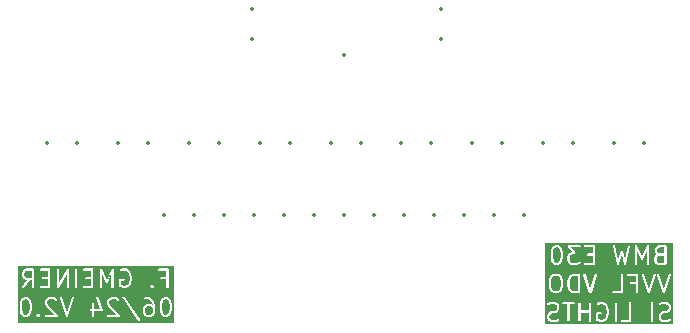
<source format=gbo>
%TF.GenerationSoftware,KiCad,Pcbnew,8.0.1*%
%TF.CreationDate,2024-06-15T14:56:54+02:00*%
%TF.ProjectId,BMW E30 VFL SI Indicator V2,424d5720-4533-4302-9056-464c20534920,rev?*%
%TF.SameCoordinates,Original*%
%TF.FileFunction,Legend,Bot*%
%TF.FilePolarity,Positive*%
%FSLAX46Y46*%
G04 Gerber Fmt 4.6, Leading zero omitted, Abs format (unit mm)*
G04 Created by KiCad (PCBNEW 8.0.1) date 2024-06-15 14:56:54*
%MOMM*%
%LPD*%
G01*
G04 APERTURE LIST*
%ADD10C,0.187500*%
%ADD11C,0.350000*%
G04 APERTURE END LIST*
D10*
G36*
X123464076Y-98749411D02*
G01*
X123515197Y-98799011D01*
X123575143Y-98915930D01*
X123642874Y-99180377D01*
X123644477Y-99514517D01*
X123579971Y-99779001D01*
X123519639Y-99902780D01*
X123470037Y-99953904D01*
X123359952Y-100010345D01*
X123260938Y-100011452D01*
X123151983Y-99958346D01*
X123100860Y-99908744D01*
X123040914Y-99791826D01*
X122973182Y-99527378D01*
X122971579Y-99193240D01*
X123036086Y-98928752D01*
X123096418Y-98804973D01*
X123146019Y-98753852D01*
X123256105Y-98697410D01*
X123355118Y-98696303D01*
X123464076Y-98749411D01*
G37*
G36*
X133964073Y-99320838D02*
G01*
X134015195Y-99370440D01*
X134072136Y-99481499D01*
X134073088Y-99793119D01*
X134019637Y-99902782D01*
X133970036Y-99953903D01*
X133860152Y-100010242D01*
X133618534Y-100011673D01*
X133509123Y-99958345D01*
X133458001Y-99908743D01*
X133401684Y-99798903D01*
X133400183Y-99485911D01*
X133453559Y-99376402D01*
X133503161Y-99325281D01*
X133613045Y-99268942D01*
X133854663Y-99267511D01*
X133964073Y-99320838D01*
G37*
G36*
X135321217Y-98749411D02*
G01*
X135372338Y-98799011D01*
X135432284Y-98915930D01*
X135500015Y-99180377D01*
X135501618Y-99514517D01*
X135437112Y-99779001D01*
X135376780Y-99902780D01*
X135327178Y-99953904D01*
X135217093Y-100010345D01*
X135118079Y-100011452D01*
X135009124Y-99958346D01*
X134958001Y-99908744D01*
X134898055Y-99791826D01*
X134830323Y-99527378D01*
X134828720Y-99193240D01*
X134893227Y-98928752D01*
X134953559Y-98804973D01*
X135003160Y-98753852D01*
X135113246Y-98697410D01*
X135212259Y-98696303D01*
X135321217Y-98749411D01*
G37*
G36*
X123857956Y-96881209D02*
G01*
X123600504Y-96881996D01*
X123595774Y-96880948D01*
X123589647Y-96882029D01*
X123404500Y-96882594D01*
X123294837Y-96829143D01*
X123243716Y-96779542D01*
X123187341Y-96669589D01*
X123186023Y-96499309D01*
X123239272Y-96390059D01*
X123288875Y-96338936D01*
X123398650Y-96282653D01*
X123857244Y-96281252D01*
X123857956Y-96881209D01*
G37*
G36*
X135854158Y-100721438D02*
G01*
X122619040Y-100721438D01*
X122619040Y-99175307D01*
X122785707Y-99175307D01*
X122787391Y-99526428D01*
X122785817Y-99537007D01*
X122787496Y-99548363D01*
X122787508Y-99550740D01*
X122788037Y-99552017D01*
X122788506Y-99555188D01*
X122859797Y-99833531D01*
X122860465Y-99842926D01*
X122865721Y-99856662D01*
X122866118Y-99858209D01*
X122866522Y-99858755D01*
X122867034Y-99860091D01*
X122939644Y-100001711D01*
X122944364Y-100013105D01*
X122947355Y-100016749D01*
X122948253Y-100018501D01*
X122950123Y-100020123D01*
X122956023Y-100027312D01*
X123028896Y-100098018D01*
X123036263Y-100106512D01*
X123040214Y-100108999D01*
X123041658Y-100110400D01*
X123043943Y-100111346D01*
X123051817Y-100116303D01*
X123182862Y-100180175D01*
X123184515Y-100181828D01*
X123196089Y-100186622D01*
X123211839Y-100194299D01*
X123215197Y-100194537D01*
X123218310Y-100195827D01*
X123236600Y-100197628D01*
X123365613Y-100196186D01*
X123367731Y-100196892D01*
X123379912Y-100196026D01*
X123397747Y-100195827D01*
X123400859Y-100194537D01*
X123404218Y-100194299D01*
X123421383Y-100187731D01*
X123563006Y-100115119D01*
X123574400Y-100110400D01*
X123578043Y-100107410D01*
X123579795Y-100106512D01*
X123581418Y-100104640D01*
X123588607Y-100098741D01*
X123635178Y-100050740D01*
X124216080Y-100050740D01*
X124217445Y-100054035D01*
X124230078Y-100084535D01*
X124230083Y-100084540D01*
X124241738Y-100098742D01*
X124327340Y-100181796D01*
X124327373Y-100181829D01*
X124351270Y-100191726D01*
X124361168Y-100195827D01*
X124361169Y-100195827D01*
X124397747Y-100195827D01*
X124397748Y-100195827D01*
X124407645Y-100191726D01*
X124431543Y-100181829D01*
X124445749Y-100170169D01*
X124528836Y-100084535D01*
X124542834Y-100050740D01*
X124542834Y-100035083D01*
X124542835Y-100014161D01*
X124528837Y-99980366D01*
X124517178Y-99966159D01*
X124431576Y-99883103D01*
X124431543Y-99883070D01*
X124400589Y-99870249D01*
X124397748Y-99869072D01*
X124361168Y-99869072D01*
X124358327Y-99870249D01*
X124327373Y-99883070D01*
X124313167Y-99894730D01*
X124230078Y-99980365D01*
X124216517Y-100013105D01*
X124216080Y-100014161D01*
X124216080Y-100050740D01*
X123635178Y-100050740D01*
X123659312Y-100025865D01*
X123667805Y-100018501D01*
X123670291Y-100014550D01*
X123671694Y-100013105D01*
X123672641Y-100010817D01*
X123677595Y-100002948D01*
X123744691Y-99865292D01*
X123749940Y-99858209D01*
X123754869Y-99844409D01*
X123755593Y-99842926D01*
X123755640Y-99842251D01*
X123756123Y-99840902D01*
X123824516Y-99560475D01*
X123828549Y-99550740D01*
X123829671Y-99539336D01*
X123830240Y-99537007D01*
X123830036Y-99535637D01*
X123830350Y-99532450D01*
X123828665Y-99181328D01*
X123830240Y-99170750D01*
X123828560Y-99159393D01*
X123828549Y-99157017D01*
X123828019Y-99155739D01*
X123827551Y-99152569D01*
X123760196Y-98889592D01*
X124928564Y-98889592D01*
X124930156Y-99032118D01*
X124929300Y-99044176D01*
X124930342Y-99048762D01*
X124930365Y-99050740D01*
X124931312Y-99053028D01*
X124933375Y-99062097D01*
X125001794Y-99262415D01*
X125001794Y-99265024D01*
X125006874Y-99277291D01*
X125012296Y-99293163D01*
X125014502Y-99295707D01*
X125015792Y-99298820D01*
X125027452Y-99313026D01*
X125727023Y-100010553D01*
X125004024Y-100011929D01*
X124970229Y-100025928D01*
X124944364Y-100051793D01*
X124930365Y-100085588D01*
X124930365Y-100122168D01*
X124944364Y-100155963D01*
X124970229Y-100181828D01*
X125004024Y-100195827D01*
X125022314Y-100197628D01*
X125969176Y-100195827D01*
X125988972Y-100187626D01*
X126002971Y-100181829D01*
X126028837Y-100155963D01*
X126034634Y-100141964D01*
X126042835Y-100122168D01*
X126042835Y-100085588D01*
X126034634Y-100065791D01*
X126028837Y-100051793D01*
X126017177Y-100037587D01*
X125176695Y-99199561D01*
X125115943Y-99021690D01*
X125114739Y-98913929D01*
X125167845Y-98804975D01*
X125217448Y-98753852D01*
X125327289Y-98697535D01*
X125640281Y-98696034D01*
X125749790Y-98749410D01*
X125827372Y-98824685D01*
X125861167Y-98838683D01*
X125897746Y-98838683D01*
X125931541Y-98824685D01*
X125957407Y-98798819D01*
X125971405Y-98765024D01*
X125971405Y-98728445D01*
X125957407Y-98694650D01*
X125945748Y-98680443D01*
X125878921Y-98615603D01*
X126215014Y-98615603D01*
X126219089Y-98633524D01*
X126717141Y-100122094D01*
X126717607Y-100128640D01*
X126722820Y-100139066D01*
X126726581Y-100150306D01*
X126730971Y-100155367D01*
X126733966Y-100161357D01*
X126742846Y-100169059D01*
X126750549Y-100177940D01*
X126756538Y-100180934D01*
X126761600Y-100185325D01*
X126772753Y-100189042D01*
X126783266Y-100194299D01*
X126789948Y-100194773D01*
X126796303Y-100196892D01*
X126808028Y-100196058D01*
X126819753Y-100196892D01*
X126826107Y-100194773D01*
X126832790Y-100194299D01*
X126843302Y-100189042D01*
X126854456Y-100185325D01*
X126859517Y-100180934D01*
X126865507Y-100177940D01*
X126873209Y-100169059D01*
X126882090Y-100161357D01*
X126885084Y-100155367D01*
X126889475Y-100150306D01*
X126896967Y-100133524D01*
X127066779Y-99622168D01*
X128716079Y-99622168D01*
X128730078Y-99655963D01*
X128755943Y-99681828D01*
X128789738Y-99695827D01*
X128808028Y-99697628D01*
X128929613Y-99697396D01*
X128930365Y-100122168D01*
X128944364Y-100155963D01*
X128970229Y-100181828D01*
X129004024Y-100195827D01*
X129040604Y-100195827D01*
X129074399Y-100181828D01*
X129100264Y-100155963D01*
X129114263Y-100122168D01*
X129116064Y-100103878D01*
X129115344Y-99697043D01*
X129733905Y-99695866D01*
X129748324Y-99696892D01*
X129751499Y-99695833D01*
X129754889Y-99695827D01*
X129768776Y-99690074D01*
X129783027Y-99685324D01*
X129785571Y-99683117D01*
X129788684Y-99681828D01*
X129799311Y-99671200D01*
X129810661Y-99661357D01*
X129812166Y-99658345D01*
X129814549Y-99655963D01*
X129820302Y-99642073D01*
X129827019Y-99628640D01*
X129827257Y-99625283D01*
X129828548Y-99622168D01*
X129828548Y-99607132D01*
X129829613Y-99592152D01*
X129828548Y-99587468D01*
X129828548Y-99585588D01*
X129827600Y-99583299D01*
X129825538Y-99574231D01*
X129596130Y-98889592D01*
X130214277Y-98889592D01*
X130215869Y-99032118D01*
X130215013Y-99044176D01*
X130216055Y-99048762D01*
X130216078Y-99050740D01*
X130217025Y-99053028D01*
X130219088Y-99062097D01*
X130287507Y-99262415D01*
X130287507Y-99265024D01*
X130292587Y-99277291D01*
X130298009Y-99293163D01*
X130300215Y-99295707D01*
X130301505Y-99298820D01*
X130313165Y-99313026D01*
X131012736Y-100010553D01*
X130289737Y-100011929D01*
X130255942Y-100025928D01*
X130230077Y-100051793D01*
X130216078Y-100085588D01*
X130216078Y-100122168D01*
X130230077Y-100155963D01*
X130255942Y-100181828D01*
X130289737Y-100195827D01*
X130308027Y-100197628D01*
X131254889Y-100195827D01*
X131274685Y-100187626D01*
X131288684Y-100181829D01*
X131314550Y-100155963D01*
X131320347Y-100141964D01*
X131328548Y-100122168D01*
X131328548Y-100085588D01*
X131320347Y-100065791D01*
X131314550Y-100051793D01*
X131302890Y-100037587D01*
X130462408Y-99199561D01*
X130401656Y-99021690D01*
X130400452Y-98913929D01*
X130453558Y-98804975D01*
X130503161Y-98753852D01*
X130613002Y-98697535D01*
X130925994Y-98696034D01*
X131035503Y-98749410D01*
X131113085Y-98824685D01*
X131146880Y-98838683D01*
X131183459Y-98838683D01*
X131217254Y-98824685D01*
X131243120Y-98798819D01*
X131257118Y-98765024D01*
X131257118Y-98728445D01*
X131243120Y-98694650D01*
X131231461Y-98680443D01*
X131158581Y-98609730D01*
X131151222Y-98601245D01*
X131147273Y-98598759D01*
X131145827Y-98597356D01*
X131143537Y-98596407D01*
X131135668Y-98591454D01*
X131014413Y-98532352D01*
X131499992Y-98532352D01*
X131507090Y-98568236D01*
X131515737Y-98584453D01*
X132813095Y-100527243D01*
X132843489Y-100547597D01*
X132879358Y-100554771D01*
X132915242Y-100547673D01*
X132945678Y-100527382D01*
X132966032Y-100496988D01*
X132973206Y-100461120D01*
X132966108Y-100425235D01*
X132957461Y-100409018D01*
X132324407Y-99461021D01*
X133214277Y-99461021D01*
X133215920Y-99803714D01*
X133215013Y-99806438D01*
X133216000Y-99820336D01*
X133216078Y-99836454D01*
X133217367Y-99839566D01*
X133217606Y-99842926D01*
X133224175Y-99860091D01*
X133296784Y-100001708D01*
X133301505Y-100013106D01*
X133304496Y-100016751D01*
X133305394Y-100018501D01*
X133307264Y-100020123D01*
X133313165Y-100027312D01*
X133386043Y-100098023D01*
X133393405Y-100106512D01*
X133397353Y-100108997D01*
X133398800Y-100110401D01*
X133401089Y-100111349D01*
X133408959Y-100116303D01*
X133540004Y-100180175D01*
X133541657Y-100181828D01*
X133553231Y-100186622D01*
X133568981Y-100194299D01*
X133572339Y-100194537D01*
X133575452Y-100195827D01*
X133593742Y-100197628D01*
X133865115Y-100196020D01*
X133867730Y-100196892D01*
X133881349Y-100195924D01*
X133897746Y-100195827D01*
X133900858Y-100194537D01*
X133904218Y-100194299D01*
X133921382Y-100187731D01*
X134062999Y-100115121D01*
X134074398Y-100110401D01*
X134078043Y-100107409D01*
X134079793Y-100106512D01*
X134081415Y-100104640D01*
X134088604Y-100098741D01*
X134159315Y-100025862D01*
X134167804Y-100018501D01*
X134170289Y-100014552D01*
X134171693Y-100013106D01*
X134172641Y-100010816D01*
X134177595Y-100002947D01*
X134241467Y-99871901D01*
X134243120Y-99870249D01*
X134247914Y-99858674D01*
X134255591Y-99842925D01*
X134255829Y-99839566D01*
X134257119Y-99836454D01*
X134258920Y-99818164D01*
X134257867Y-99473695D01*
X134258184Y-99472747D01*
X134257850Y-99468058D01*
X134257194Y-99253035D01*
X134258810Y-99242178D01*
X134257126Y-99230793D01*
X134257119Y-99228445D01*
X134256589Y-99227167D01*
X134256121Y-99223997D01*
X134243650Y-99175307D01*
X134642848Y-99175307D01*
X134644532Y-99526428D01*
X134642958Y-99537007D01*
X134644637Y-99548363D01*
X134644649Y-99550740D01*
X134645178Y-99552017D01*
X134645647Y-99555188D01*
X134716938Y-99833531D01*
X134717606Y-99842926D01*
X134722862Y-99856662D01*
X134723259Y-99858209D01*
X134723663Y-99858755D01*
X134724175Y-99860091D01*
X134796785Y-100001711D01*
X134801505Y-100013105D01*
X134804496Y-100016749D01*
X134805394Y-100018501D01*
X134807264Y-100020123D01*
X134813164Y-100027312D01*
X134886037Y-100098018D01*
X134893404Y-100106512D01*
X134897355Y-100108999D01*
X134898799Y-100110400D01*
X134901084Y-100111346D01*
X134908958Y-100116303D01*
X135040003Y-100180175D01*
X135041656Y-100181828D01*
X135053230Y-100186622D01*
X135068980Y-100194299D01*
X135072338Y-100194537D01*
X135075451Y-100195827D01*
X135093741Y-100197628D01*
X135222754Y-100196186D01*
X135224872Y-100196892D01*
X135237053Y-100196026D01*
X135254888Y-100195827D01*
X135258000Y-100194537D01*
X135261359Y-100194299D01*
X135278524Y-100187731D01*
X135420147Y-100115119D01*
X135431541Y-100110400D01*
X135435184Y-100107410D01*
X135436936Y-100106512D01*
X135438559Y-100104640D01*
X135445748Y-100098741D01*
X135516453Y-100025865D01*
X135524946Y-100018501D01*
X135527432Y-100014550D01*
X135528835Y-100013105D01*
X135529782Y-100010817D01*
X135534736Y-100002948D01*
X135601832Y-99865292D01*
X135607081Y-99858209D01*
X135612010Y-99844409D01*
X135612734Y-99842926D01*
X135612781Y-99842251D01*
X135613264Y-99840902D01*
X135681657Y-99560475D01*
X135685690Y-99550740D01*
X135686812Y-99539336D01*
X135687381Y-99537007D01*
X135687177Y-99535637D01*
X135687491Y-99532450D01*
X135685806Y-99181328D01*
X135687381Y-99170750D01*
X135685701Y-99159393D01*
X135685690Y-99157017D01*
X135685160Y-99155739D01*
X135684692Y-99152569D01*
X135613401Y-98874225D01*
X135612734Y-98864830D01*
X135607477Y-98851093D01*
X135607081Y-98849547D01*
X135606676Y-98849000D01*
X135606165Y-98847665D01*
X135533551Y-98706038D01*
X135528834Y-98694650D01*
X135525844Y-98691006D01*
X135524946Y-98689255D01*
X135523074Y-98687632D01*
X135517175Y-98680443D01*
X135444296Y-98609732D01*
X135436936Y-98601245D01*
X135432987Y-98598759D01*
X135431541Y-98597356D01*
X135429251Y-98596407D01*
X135421382Y-98591454D01*
X135290334Y-98527579D01*
X135288683Y-98525928D01*
X135277114Y-98521135D01*
X135261360Y-98513457D01*
X135258000Y-98513218D01*
X135254888Y-98511929D01*
X135236598Y-98510128D01*
X135107583Y-98511569D01*
X135105466Y-98510864D01*
X135093284Y-98511729D01*
X135075451Y-98511929D01*
X135072338Y-98513218D01*
X135068979Y-98513457D01*
X135051814Y-98520026D01*
X134910187Y-98592639D01*
X134898799Y-98597357D01*
X134895155Y-98600346D01*
X134893404Y-98601245D01*
X134891781Y-98603116D01*
X134884592Y-98609016D01*
X134813879Y-98681895D01*
X134805394Y-98689255D01*
X134802908Y-98693203D01*
X134801505Y-98694650D01*
X134800556Y-98696939D01*
X134795603Y-98704809D01*
X134728507Y-98842463D01*
X134723259Y-98849547D01*
X134718330Y-98863344D01*
X134717606Y-98864830D01*
X134717557Y-98865505D01*
X134717076Y-98866855D01*
X134648681Y-99147281D01*
X134644649Y-99157017D01*
X134643526Y-99168420D01*
X134642958Y-99170750D01*
X134643161Y-99172119D01*
X134642848Y-99175307D01*
X134243650Y-99175307D01*
X134183083Y-98938831D01*
X134180394Y-98925236D01*
X134178868Y-98922374D01*
X134178510Y-98920976D01*
X134177129Y-98919112D01*
X134171747Y-98909018D01*
X134032045Y-98702401D01*
X134028835Y-98694650D01*
X134017304Y-98680599D01*
X134017246Y-98680513D01*
X134017218Y-98680494D01*
X134017176Y-98680443D01*
X133944299Y-98609735D01*
X133936936Y-98601245D01*
X133932984Y-98598757D01*
X133931540Y-98597356D01*
X133929253Y-98596408D01*
X133921382Y-98591454D01*
X133790335Y-98527579D01*
X133788684Y-98525928D01*
X133777114Y-98521135D01*
X133761361Y-98513457D01*
X133758001Y-98513218D01*
X133754889Y-98511929D01*
X133736599Y-98510128D01*
X133432595Y-98511929D01*
X133398800Y-98525928D01*
X133372935Y-98551793D01*
X133358936Y-98585588D01*
X133358936Y-98622168D01*
X133372935Y-98655963D01*
X133398800Y-98681828D01*
X133432595Y-98695827D01*
X133450885Y-98697628D01*
X133711807Y-98696082D01*
X133821215Y-98749409D01*
X133874449Y-98801059D01*
X134005725Y-98995215D01*
X134046447Y-99154210D01*
X133933192Y-99099008D01*
X133931541Y-99097357D01*
X133919972Y-99092565D01*
X133904218Y-99084886D01*
X133900858Y-99084647D01*
X133897746Y-99083358D01*
X133879456Y-99081557D01*
X133608083Y-99083164D01*
X133605468Y-99082293D01*
X133591848Y-99083260D01*
X133575452Y-99083358D01*
X133572339Y-99084647D01*
X133568981Y-99084886D01*
X133551816Y-99091454D01*
X133410198Y-99164063D01*
X133398800Y-99168784D01*
X133395154Y-99171775D01*
X133393405Y-99172673D01*
X133391782Y-99174543D01*
X133384594Y-99180444D01*
X133313880Y-99253323D01*
X133305394Y-99260684D01*
X133302908Y-99264632D01*
X133301505Y-99266079D01*
X133300556Y-99268368D01*
X133295603Y-99276238D01*
X133231728Y-99407284D01*
X133230077Y-99408936D01*
X133225284Y-99420505D01*
X133217606Y-99436259D01*
X133217367Y-99439618D01*
X133216078Y-99442731D01*
X133214277Y-99461021D01*
X132324407Y-99461021D01*
X131660103Y-98466228D01*
X131629709Y-98445874D01*
X131593840Y-98438700D01*
X131557956Y-98445798D01*
X131527520Y-98466089D01*
X131507166Y-98496483D01*
X131499992Y-98532352D01*
X131014413Y-98532352D01*
X131004621Y-98527579D01*
X131002970Y-98525928D01*
X130991400Y-98521135D01*
X130975647Y-98513457D01*
X130972287Y-98513218D01*
X130969175Y-98511929D01*
X130950885Y-98510128D01*
X130608190Y-98511771D01*
X130605467Y-98510864D01*
X130591568Y-98511851D01*
X130575452Y-98511929D01*
X130572339Y-98513218D01*
X130568980Y-98513457D01*
X130551815Y-98520026D01*
X130410194Y-98592636D01*
X130398801Y-98597356D01*
X130395156Y-98600347D01*
X130393405Y-98601245D01*
X130391782Y-98603115D01*
X130384594Y-98609015D01*
X130313886Y-98681890D01*
X130305394Y-98689255D01*
X130302906Y-98693206D01*
X130301506Y-98694650D01*
X130300559Y-98696935D01*
X130295603Y-98704809D01*
X130231728Y-98835855D01*
X130230077Y-98837507D01*
X130225284Y-98849076D01*
X130217606Y-98864830D01*
X130217367Y-98868189D01*
X130216078Y-98871302D01*
X130214277Y-98889592D01*
X129596130Y-98889592D01*
X129460903Y-98486022D01*
X129436935Y-98458388D01*
X129404218Y-98442029D01*
X129367731Y-98439436D01*
X129333028Y-98451003D01*
X129305394Y-98474971D01*
X129289035Y-98507688D01*
X129286442Y-98544175D01*
X129290517Y-98562096D01*
X129608263Y-99510372D01*
X129115015Y-99511310D01*
X129114263Y-99085588D01*
X129100264Y-99051793D01*
X129074399Y-99025928D01*
X129040604Y-99011929D01*
X129004024Y-99011929D01*
X128970229Y-99025928D01*
X128944364Y-99051793D01*
X128930365Y-99085588D01*
X128928564Y-99103878D01*
X128929285Y-99511663D01*
X128789738Y-99511929D01*
X128755943Y-99525928D01*
X128730078Y-99551793D01*
X128716079Y-99585588D01*
X128716079Y-99622168D01*
X127066779Y-99622168D01*
X127401042Y-98615603D01*
X127398449Y-98579116D01*
X127382090Y-98546399D01*
X127354456Y-98522431D01*
X127319753Y-98510864D01*
X127283266Y-98513457D01*
X127250549Y-98529816D01*
X127226581Y-98557450D01*
X127219089Y-98574231D01*
X126808635Y-99810229D01*
X126389475Y-98557450D01*
X126365507Y-98529816D01*
X126332790Y-98513457D01*
X126296303Y-98510864D01*
X126261600Y-98522431D01*
X126233966Y-98546399D01*
X126217607Y-98579116D01*
X126215014Y-98615603D01*
X125878921Y-98615603D01*
X125872868Y-98609730D01*
X125865509Y-98601245D01*
X125861560Y-98598759D01*
X125860114Y-98597356D01*
X125857824Y-98596407D01*
X125849955Y-98591454D01*
X125718908Y-98527579D01*
X125717257Y-98525928D01*
X125705687Y-98521135D01*
X125689934Y-98513457D01*
X125686574Y-98513218D01*
X125683462Y-98511929D01*
X125665172Y-98510128D01*
X125322477Y-98511771D01*
X125319754Y-98510864D01*
X125305855Y-98511851D01*
X125289739Y-98511929D01*
X125286626Y-98513218D01*
X125283267Y-98513457D01*
X125266102Y-98520026D01*
X125124481Y-98592636D01*
X125113088Y-98597356D01*
X125109443Y-98600347D01*
X125107692Y-98601245D01*
X125106069Y-98603115D01*
X125098881Y-98609015D01*
X125028173Y-98681890D01*
X125019681Y-98689255D01*
X125017193Y-98693206D01*
X125015793Y-98694650D01*
X125014846Y-98696935D01*
X125009890Y-98704809D01*
X124946015Y-98835855D01*
X124944364Y-98837507D01*
X124939571Y-98849076D01*
X124931893Y-98864830D01*
X124931654Y-98868189D01*
X124930365Y-98871302D01*
X124928564Y-98889592D01*
X123760196Y-98889592D01*
X123756260Y-98874225D01*
X123755593Y-98864830D01*
X123750336Y-98851093D01*
X123749940Y-98849547D01*
X123749535Y-98849000D01*
X123749024Y-98847665D01*
X123676410Y-98706038D01*
X123671693Y-98694650D01*
X123668703Y-98691006D01*
X123667805Y-98689255D01*
X123665933Y-98687632D01*
X123660034Y-98680443D01*
X123587155Y-98609732D01*
X123579795Y-98601245D01*
X123575846Y-98598759D01*
X123574400Y-98597356D01*
X123572110Y-98596407D01*
X123564241Y-98591454D01*
X123433193Y-98527579D01*
X123431542Y-98525928D01*
X123419973Y-98521135D01*
X123404219Y-98513457D01*
X123400859Y-98513218D01*
X123397747Y-98511929D01*
X123379457Y-98510128D01*
X123250442Y-98511569D01*
X123248325Y-98510864D01*
X123236143Y-98511729D01*
X123218310Y-98511929D01*
X123215197Y-98513218D01*
X123211838Y-98513457D01*
X123194673Y-98520026D01*
X123053046Y-98592639D01*
X123041658Y-98597357D01*
X123038014Y-98600346D01*
X123036263Y-98601245D01*
X123034640Y-98603116D01*
X123027451Y-98609016D01*
X122956738Y-98681895D01*
X122948253Y-98689255D01*
X122945767Y-98693203D01*
X122944364Y-98694650D01*
X122943415Y-98696939D01*
X122938462Y-98704809D01*
X122871366Y-98842463D01*
X122866118Y-98849547D01*
X122861189Y-98863344D01*
X122860465Y-98864830D01*
X122860416Y-98865505D01*
X122859935Y-98866855D01*
X122791540Y-99147281D01*
X122787508Y-99157017D01*
X122786385Y-99168420D01*
X122785817Y-99170750D01*
X122786020Y-99172119D01*
X122785707Y-99175307D01*
X122619040Y-99175307D01*
X122619040Y-96474676D01*
X122999992Y-96474676D01*
X123001541Y-96674795D01*
X123000728Y-96677236D01*
X123001662Y-96690384D01*
X123001793Y-96707252D01*
X123003082Y-96710364D01*
X123003321Y-96713724D01*
X123009889Y-96730888D01*
X123082498Y-96872505D01*
X123087219Y-96883904D01*
X123090210Y-96887549D01*
X123091108Y-96889299D01*
X123092979Y-96890921D01*
X123098879Y-96898110D01*
X123171757Y-96968821D01*
X123179119Y-96977310D01*
X123183067Y-96979795D01*
X123184514Y-96981199D01*
X123186803Y-96982147D01*
X123194673Y-96987101D01*
X123325718Y-97050973D01*
X123327371Y-97052626D01*
X123338945Y-97057420D01*
X123354695Y-97065097D01*
X123358053Y-97065335D01*
X123361166Y-97066625D01*
X123379456Y-97068426D01*
X123414198Y-97068319D01*
X123007926Y-97651216D01*
X123000014Y-97686930D01*
X123006371Y-97722952D01*
X123026029Y-97753801D01*
X123055996Y-97774778D01*
X123091710Y-97782690D01*
X123127732Y-97776333D01*
X123158581Y-97756675D01*
X123170545Y-97742724D01*
X123641080Y-97067626D01*
X123858176Y-97066963D01*
X123858936Y-97707252D01*
X123872935Y-97741047D01*
X123898800Y-97766912D01*
X123932595Y-97780911D01*
X123969175Y-97780911D01*
X124002970Y-97766912D01*
X124028835Y-97741047D01*
X124042834Y-97707252D01*
X124501793Y-97707252D01*
X124515792Y-97741047D01*
X124541657Y-97766912D01*
X124575452Y-97780911D01*
X124593742Y-97782712D01*
X125326318Y-97780911D01*
X125360113Y-97766912D01*
X125385978Y-97741047D01*
X125399977Y-97707252D01*
X125399977Y-97707251D01*
X125401778Y-97688962D01*
X125399999Y-96188962D01*
X125928564Y-96188962D01*
X125930336Y-97683367D01*
X125928793Y-97695510D01*
X125930357Y-97701247D01*
X125930365Y-97707252D01*
X125935138Y-97718775D01*
X125938418Y-97730800D01*
X125942076Y-97735524D01*
X125944364Y-97741047D01*
X125953178Y-97749861D01*
X125960814Y-97759722D01*
X125966005Y-97762688D01*
X125970229Y-97766912D01*
X125981748Y-97771683D01*
X125992575Y-97777870D01*
X125998501Y-97778623D01*
X126004024Y-97780911D01*
X126016496Y-97780911D01*
X126028862Y-97782483D01*
X126034626Y-97780911D01*
X126040604Y-97780911D01*
X126052127Y-97776137D01*
X126064152Y-97772858D01*
X126068876Y-97769199D01*
X126074399Y-97766912D01*
X126083213Y-97758097D01*
X126093074Y-97750462D01*
X126098516Y-97742794D01*
X126100264Y-97741047D01*
X126100974Y-97739331D01*
X126103712Y-97735475D01*
X126786121Y-96538393D01*
X126787508Y-97707252D01*
X126801507Y-97741047D01*
X126827372Y-97766912D01*
X126861167Y-97780911D01*
X126897747Y-97780911D01*
X126931542Y-97766912D01*
X126957407Y-97741047D01*
X126971406Y-97707252D01*
X126973207Y-97688962D01*
X126971434Y-96194558D01*
X126972145Y-96188962D01*
X127499993Y-96188962D01*
X127501794Y-97707252D01*
X127515793Y-97741047D01*
X127541658Y-97766912D01*
X127575453Y-97780911D01*
X127612033Y-97780911D01*
X127645828Y-97766912D01*
X127671693Y-97741047D01*
X127685692Y-97707252D01*
X128144651Y-97707252D01*
X128158650Y-97741047D01*
X128184515Y-97766912D01*
X128218310Y-97780911D01*
X128236600Y-97782712D01*
X128969176Y-97780911D01*
X129002971Y-97766912D01*
X129028836Y-97741047D01*
X129042835Y-97707252D01*
X129042835Y-97707251D01*
X129044636Y-97688962D01*
X129042857Y-96188962D01*
X129571422Y-96188962D01*
X129573223Y-97707252D01*
X129587222Y-97741047D01*
X129613087Y-97766912D01*
X129646882Y-97780911D01*
X129683462Y-97780911D01*
X129717257Y-97766912D01*
X129743122Y-97741047D01*
X129757121Y-97707252D01*
X129758922Y-97688962D01*
X129757638Y-96607313D01*
X130080271Y-97295970D01*
X130085010Y-97309002D01*
X130087807Y-97312056D01*
X130089584Y-97315849D01*
X130100093Y-97325473D01*
X130109714Y-97335979D01*
X130113488Y-97337740D01*
X130116561Y-97340554D01*
X130129950Y-97345422D01*
X130142862Y-97351448D01*
X130147024Y-97351630D01*
X130150938Y-97353054D01*
X130165176Y-97352428D01*
X130179407Y-97353054D01*
X130183317Y-97351631D01*
X130187482Y-97351449D01*
X130200404Y-97345418D01*
X130213783Y-97340553D01*
X130216852Y-97337741D01*
X130220630Y-97335979D01*
X130230254Y-97325469D01*
X130240760Y-97315849D01*
X130243865Y-97310607D01*
X130245335Y-97309002D01*
X130246160Y-97306732D01*
X130250127Y-97300036D01*
X130571918Y-96607773D01*
X130573223Y-97707252D01*
X130587222Y-97741047D01*
X130613087Y-97766912D01*
X130646882Y-97780911D01*
X130683462Y-97780911D01*
X130717257Y-97766912D01*
X130743122Y-97741047D01*
X130757121Y-97707252D01*
X130758922Y-97688962D01*
X130758159Y-97046105D01*
X131214279Y-97046105D01*
X131216080Y-97564394D01*
X131230078Y-97598189D01*
X131241737Y-97612396D01*
X131304567Y-97673357D01*
X131305395Y-97675013D01*
X131313676Y-97682195D01*
X131327372Y-97695484D01*
X131330482Y-97696772D01*
X131333029Y-97698981D01*
X131349811Y-97706473D01*
X131563445Y-97775937D01*
X131575453Y-97780911D01*
X131580171Y-97781375D01*
X131582018Y-97781976D01*
X131584486Y-97781800D01*
X131593743Y-97782712D01*
X131736267Y-97781119D01*
X131748325Y-97781976D01*
X131752911Y-97780933D01*
X131754890Y-97780911D01*
X131757179Y-97779962D01*
X131766246Y-97777901D01*
X131966565Y-97709483D01*
X131969176Y-97709483D01*
X131981447Y-97704400D01*
X131997314Y-97698981D01*
X131999858Y-97696774D01*
X132002971Y-97695485D01*
X132017177Y-97683825D01*
X132064399Y-97635824D01*
X133858937Y-97635824D01*
X133859861Y-97638054D01*
X133872935Y-97669619D01*
X133872940Y-97669624D01*
X133884595Y-97683826D01*
X133970197Y-97766880D01*
X133970230Y-97766913D01*
X133989219Y-97774778D01*
X134004025Y-97780911D01*
X134004026Y-97780911D01*
X134040604Y-97780911D01*
X134040605Y-97780911D01*
X134055411Y-97774778D01*
X134074400Y-97766913D01*
X134088606Y-97755253D01*
X134171693Y-97669619D01*
X134185691Y-97635824D01*
X134185691Y-97622670D01*
X134185692Y-97599245D01*
X134171694Y-97565450D01*
X134160035Y-97551243D01*
X134074433Y-97468187D01*
X134074400Y-97468154D01*
X134045988Y-97456386D01*
X134040605Y-97454156D01*
X134004025Y-97454156D01*
X133998642Y-97456386D01*
X133970230Y-97468154D01*
X133956024Y-97479814D01*
X133872935Y-97565449D01*
X133859374Y-97598189D01*
X133858937Y-97599245D01*
X133858937Y-97635824D01*
X132064399Y-97635824D01*
X132158141Y-97540536D01*
X132167805Y-97532156D01*
X132170325Y-97528152D01*
X132171694Y-97526761D01*
X132172642Y-97524470D01*
X132177595Y-97516603D01*
X132244691Y-97378947D01*
X132249940Y-97371864D01*
X132254869Y-97358064D01*
X132255593Y-97356581D01*
X132255640Y-97355906D01*
X132256123Y-97354557D01*
X132324516Y-97074130D01*
X132328549Y-97064395D01*
X132329671Y-97052991D01*
X132330240Y-97050662D01*
X132330036Y-97049292D01*
X132330350Y-97046105D01*
X132328733Y-96837382D01*
X132330240Y-96827262D01*
X132328567Y-96815955D01*
X132328549Y-96813529D01*
X132328019Y-96812251D01*
X132327551Y-96809081D01*
X132256260Y-96530738D01*
X132255593Y-96521343D01*
X132250336Y-96507606D01*
X132249940Y-96506060D01*
X132249535Y-96505513D01*
X132249024Y-96504178D01*
X132176413Y-96362558D01*
X132171694Y-96351163D01*
X132168702Y-96347517D01*
X132167805Y-96345768D01*
X132165934Y-96344145D01*
X132160034Y-96336957D01*
X132028192Y-96207252D01*
X134501794Y-96207252D01*
X134515793Y-96241047D01*
X134541658Y-96266912D01*
X134575453Y-96280911D01*
X134593743Y-96282712D01*
X135214388Y-96281186D01*
X135215015Y-96809821D01*
X134789739Y-96811299D01*
X134755944Y-96825298D01*
X134730079Y-96851163D01*
X134716080Y-96884958D01*
X134716080Y-96921538D01*
X134730079Y-96955333D01*
X134755944Y-96981198D01*
X134789739Y-96995197D01*
X134808029Y-96996998D01*
X135215235Y-96995583D01*
X135216080Y-97707252D01*
X135230079Y-97741047D01*
X135255944Y-97766912D01*
X135289739Y-97780911D01*
X135326319Y-97780911D01*
X135360114Y-97766912D01*
X135385979Y-97741047D01*
X135399978Y-97707252D01*
X135401779Y-97688962D01*
X135399978Y-96170672D01*
X135385979Y-96136877D01*
X135360114Y-96111012D01*
X135326319Y-96097013D01*
X135308029Y-96095212D01*
X134575453Y-96097013D01*
X134541658Y-96111012D01*
X134515793Y-96136877D01*
X134501794Y-96170672D01*
X134501794Y-96207252D01*
X132028192Y-96207252D01*
X132026078Y-96205172D01*
X132024948Y-96202912D01*
X132015083Y-96194356D01*
X132002971Y-96182440D01*
X131999858Y-96181150D01*
X131997314Y-96178944D01*
X131980532Y-96171452D01*
X131766895Y-96101985D01*
X131754890Y-96097013D01*
X131750172Y-96096548D01*
X131748326Y-96095948D01*
X131745856Y-96096123D01*
X131736600Y-96095212D01*
X131536481Y-96096761D01*
X131534041Y-96095948D01*
X131520892Y-96096882D01*
X131504025Y-96097013D01*
X131500912Y-96098302D01*
X131497553Y-96098541D01*
X131480389Y-96105109D01*
X131321977Y-96186329D01*
X131298010Y-96213964D01*
X131286443Y-96248665D01*
X131289036Y-96285153D01*
X131305395Y-96317871D01*
X131333030Y-96341838D01*
X131367731Y-96353405D01*
X131404219Y-96350812D01*
X131421383Y-96344244D01*
X131541687Y-96282561D01*
X131717110Y-96281203D01*
X131898230Y-96340096D01*
X132014827Y-96454803D01*
X132075143Y-96572442D01*
X132142889Y-96836950D01*
X132144373Y-97028596D01*
X132079971Y-97292656D01*
X132019746Y-97416216D01*
X131903094Y-97534792D01*
X131725841Y-97595332D01*
X131612846Y-97596595D01*
X131431828Y-97537736D01*
X131401648Y-97508453D01*
X131400365Y-97139307D01*
X131612033Y-97138054D01*
X131645828Y-97124055D01*
X131671693Y-97098190D01*
X131685692Y-97064395D01*
X131685692Y-97027815D01*
X131671693Y-96994020D01*
X131645828Y-96968155D01*
X131612033Y-96954156D01*
X131593743Y-96952355D01*
X131289739Y-96954156D01*
X131255944Y-96968155D01*
X131230079Y-96994020D01*
X131216080Y-97027815D01*
X131214279Y-97046105D01*
X130758159Y-97046105D01*
X130757144Y-96190440D01*
X130757835Y-96174727D01*
X130757123Y-96172770D01*
X130757121Y-96170672D01*
X130750896Y-96155644D01*
X130745335Y-96140351D01*
X130743921Y-96138807D01*
X130743122Y-96136877D01*
X130731623Y-96125378D01*
X130720630Y-96113374D01*
X130718734Y-96112489D01*
X130717257Y-96111012D01*
X130702239Y-96104791D01*
X130687482Y-96097904D01*
X130685391Y-96097812D01*
X130683462Y-96097013D01*
X130667195Y-96097013D01*
X130650938Y-96096299D01*
X130648974Y-96097013D01*
X130646882Y-96097013D01*
X130631851Y-96103239D01*
X130616561Y-96108799D01*
X130615017Y-96110212D01*
X130613087Y-96111012D01*
X130601588Y-96122510D01*
X130589584Y-96133504D01*
X130588114Y-96135984D01*
X130587222Y-96136877D01*
X130586376Y-96138919D01*
X130580217Y-96149316D01*
X130165821Y-97040795D01*
X129749089Y-96151284D01*
X129743122Y-96136877D01*
X129741651Y-96135406D01*
X129740760Y-96133504D01*
X129728760Y-96122515D01*
X129717257Y-96111012D01*
X129715324Y-96110211D01*
X129713783Y-96108800D01*
X129698500Y-96103242D01*
X129683462Y-96097013D01*
X129681370Y-96097013D01*
X129679407Y-96096299D01*
X129663160Y-96097013D01*
X129646882Y-96097013D01*
X129644950Y-96097813D01*
X129642862Y-96097905D01*
X129628114Y-96104786D01*
X129613087Y-96111012D01*
X129611609Y-96112489D01*
X129609714Y-96113374D01*
X129598725Y-96125373D01*
X129587222Y-96136877D01*
X129586421Y-96138809D01*
X129585010Y-96140351D01*
X129579452Y-96155633D01*
X129573223Y-96170672D01*
X129572940Y-96173540D01*
X129572509Y-96174727D01*
X129572606Y-96176936D01*
X129571422Y-96188962D01*
X129042857Y-96188962D01*
X129042835Y-96170672D01*
X129028836Y-96136877D01*
X129002971Y-96111012D01*
X128969176Y-96097013D01*
X128950886Y-96095212D01*
X128218310Y-96097013D01*
X128184515Y-96111012D01*
X128158650Y-96136877D01*
X128144651Y-96170672D01*
X128144651Y-96207252D01*
X128158650Y-96241047D01*
X128184515Y-96266912D01*
X128218310Y-96280911D01*
X128236600Y-96282712D01*
X128857245Y-96281186D01*
X128857872Y-96809821D01*
X128432596Y-96811299D01*
X128398801Y-96825298D01*
X128372936Y-96851163D01*
X128358937Y-96884958D01*
X128358937Y-96921538D01*
X128372936Y-96955333D01*
X128398801Y-96981198D01*
X128432596Y-96995197D01*
X128450886Y-96996998D01*
X128858092Y-96995583D01*
X128858804Y-97595438D01*
X128218310Y-97597013D01*
X128184515Y-97611012D01*
X128158650Y-97636877D01*
X128144651Y-97670672D01*
X128144651Y-97707252D01*
X127685692Y-97707252D01*
X127687493Y-97688962D01*
X127685692Y-96170672D01*
X127671693Y-96136877D01*
X127645828Y-96111012D01*
X127612033Y-96097013D01*
X127575453Y-96097013D01*
X127541658Y-96111012D01*
X127515793Y-96136877D01*
X127501794Y-96170672D01*
X127499993Y-96188962D01*
X126972145Y-96188962D01*
X126972978Y-96182413D01*
X126971413Y-96176674D01*
X126971406Y-96170672D01*
X126966634Y-96159153D01*
X126963354Y-96147124D01*
X126959693Y-96142397D01*
X126957407Y-96136877D01*
X126948594Y-96128064D01*
X126940957Y-96118202D01*
X126935765Y-96115235D01*
X126931542Y-96111012D01*
X126920027Y-96106242D01*
X126909196Y-96100053D01*
X126903266Y-96099299D01*
X126897747Y-96097013D01*
X126885277Y-96097013D01*
X126872909Y-96095441D01*
X126867145Y-96097013D01*
X126861167Y-96097013D01*
X126849647Y-96101784D01*
X126837619Y-96105065D01*
X126832892Y-96108725D01*
X126827372Y-96111012D01*
X126818559Y-96119824D01*
X126808697Y-96127462D01*
X126803254Y-96135129D01*
X126801507Y-96136877D01*
X126800796Y-96138592D01*
X126798059Y-96142449D01*
X126115649Y-97339531D01*
X126114263Y-96170672D01*
X126100264Y-96136877D01*
X126074399Y-96111012D01*
X126040604Y-96097013D01*
X126004024Y-96097013D01*
X125970229Y-96111012D01*
X125944364Y-96136877D01*
X125930365Y-96170672D01*
X125928564Y-96188962D01*
X125399999Y-96188962D01*
X125399977Y-96170672D01*
X125385978Y-96136877D01*
X125360113Y-96111012D01*
X125326318Y-96097013D01*
X125308028Y-96095212D01*
X124575452Y-96097013D01*
X124541657Y-96111012D01*
X124515792Y-96136877D01*
X124501793Y-96170672D01*
X124501793Y-96207252D01*
X124515792Y-96241047D01*
X124541657Y-96266912D01*
X124575452Y-96280911D01*
X124593742Y-96282712D01*
X125214387Y-96281186D01*
X125215014Y-96809821D01*
X124789738Y-96811299D01*
X124755943Y-96825298D01*
X124730078Y-96851163D01*
X124716079Y-96884958D01*
X124716079Y-96921538D01*
X124730078Y-96955333D01*
X124755943Y-96981198D01*
X124789738Y-96995197D01*
X124808028Y-96996998D01*
X125215234Y-96995583D01*
X125215946Y-97595438D01*
X124575452Y-97597013D01*
X124541657Y-97611012D01*
X124515792Y-97636877D01*
X124501793Y-97670672D01*
X124501793Y-97707252D01*
X124042834Y-97707252D01*
X124044635Y-97688962D01*
X124042834Y-96170672D01*
X124028835Y-96136877D01*
X124002970Y-96111012D01*
X123969175Y-96097013D01*
X123950885Y-96095212D01*
X123394074Y-96096912D01*
X123391181Y-96095948D01*
X123376869Y-96096965D01*
X123361166Y-96097013D01*
X123358053Y-96098302D01*
X123354694Y-96098541D01*
X123337529Y-96105110D01*
X123195908Y-96177720D01*
X123184515Y-96182440D01*
X123180870Y-96185431D01*
X123179119Y-96186329D01*
X123177496Y-96188199D01*
X123170308Y-96194099D01*
X123099603Y-96266970D01*
X123091108Y-96274339D01*
X123088620Y-96278290D01*
X123087220Y-96279734D01*
X123086273Y-96282019D01*
X123081317Y-96289893D01*
X123017443Y-96420939D01*
X123015792Y-96422591D01*
X123011000Y-96434159D01*
X123003321Y-96449914D01*
X123003082Y-96453273D01*
X123001793Y-96456386D01*
X122999992Y-96474676D01*
X122619040Y-96474676D01*
X122619040Y-95928545D01*
X135854158Y-95928545D01*
X135854158Y-100721438D01*
G37*
G36*
X168423257Y-96766188D02*
G01*
X168539433Y-96880481D01*
X168602267Y-97125806D01*
X168603924Y-97602635D01*
X168541936Y-97856797D01*
X168430158Y-97970418D01*
X168319554Y-98027126D01*
X168077935Y-98028557D01*
X167968743Y-97975336D01*
X167852567Y-97861042D01*
X167789732Y-97615717D01*
X167788075Y-97138889D01*
X167850064Y-96884724D01*
X167961841Y-96771106D01*
X168072446Y-96714397D01*
X168314064Y-96712966D01*
X168423257Y-96766188D01*
G37*
G36*
X170032490Y-98027453D02*
G01*
X169787255Y-98028630D01*
X169605798Y-97969628D01*
X169489201Y-97854920D01*
X169428885Y-97737281D01*
X169361139Y-97472773D01*
X169359655Y-97281128D01*
X169424057Y-97017065D01*
X169484282Y-96893506D01*
X169600934Y-96774932D01*
X169777984Y-96714461D01*
X170030931Y-96713247D01*
X170032490Y-98027453D01*
G37*
G36*
X168423475Y-94351379D02*
G01*
X168474596Y-94400979D01*
X168534542Y-94517898D01*
X168602273Y-94782345D01*
X168603876Y-95116485D01*
X168539370Y-95380969D01*
X168479038Y-95504748D01*
X168429436Y-95555872D01*
X168319351Y-95612313D01*
X168220337Y-95613420D01*
X168111382Y-95560314D01*
X168060259Y-95510712D01*
X168000313Y-95393794D01*
X167932581Y-95129346D01*
X167930978Y-94795208D01*
X167995485Y-94530720D01*
X168055817Y-94406941D01*
X168105418Y-94355820D01*
X168215504Y-94299378D01*
X168314517Y-94298271D01*
X168423475Y-94351379D01*
G37*
G36*
X177389632Y-95612377D02*
G01*
X176935329Y-95613764D01*
X176825666Y-95560313D01*
X176774545Y-95510712D01*
X176718170Y-95400759D01*
X176716852Y-95230479D01*
X176770102Y-95121228D01*
X176815839Y-95074089D01*
X176992227Y-95013845D01*
X177388920Y-95012467D01*
X177389632Y-95612377D01*
G37*
G36*
X177388700Y-94826705D02*
G01*
X177006721Y-94828032D01*
X176897097Y-94774599D01*
X176845973Y-94724997D01*
X176789531Y-94614912D01*
X176788424Y-94515897D01*
X176841530Y-94406943D01*
X176891133Y-94355820D01*
X177000924Y-94299529D01*
X177388073Y-94298183D01*
X177388700Y-94826705D01*
G37*
G36*
X178099273Y-100796095D02*
G01*
X167292724Y-100796095D01*
X167292724Y-100107107D01*
X167459391Y-100107107D01*
X167460832Y-100236120D01*
X167460127Y-100238238D01*
X167460992Y-100250419D01*
X167461192Y-100268254D01*
X167462481Y-100271366D01*
X167462720Y-100274726D01*
X167469289Y-100291891D01*
X167541898Y-100433508D01*
X167546619Y-100444906D01*
X167549610Y-100448551D01*
X167550508Y-100450301D01*
X167552378Y-100451923D01*
X167558279Y-100459112D01*
X167631157Y-100529823D01*
X167638519Y-100538312D01*
X167642467Y-100540797D01*
X167643914Y-100542201D01*
X167646203Y-100543149D01*
X167654073Y-100548103D01*
X167785118Y-100611975D01*
X167786771Y-100613628D01*
X167798345Y-100618422D01*
X167814095Y-100626099D01*
X167817453Y-100626337D01*
X167820566Y-100627627D01*
X167838856Y-100629428D01*
X168194100Y-100627723D01*
X168207724Y-100628692D01*
X168212367Y-100627636D01*
X168214289Y-100627627D01*
X168216578Y-100626678D01*
X168225645Y-100624617D01*
X168456712Y-100545697D01*
X168484346Y-100521729D01*
X168500704Y-100489012D01*
X168503298Y-100452525D01*
X168491731Y-100417822D01*
X168467763Y-100390188D01*
X168435046Y-100373829D01*
X168398559Y-100371236D01*
X168380638Y-100375311D01*
X168185444Y-100441978D01*
X167863746Y-100443521D01*
X167754237Y-100390145D01*
X167703115Y-100340543D01*
X167646673Y-100230458D01*
X167645566Y-100131444D01*
X167698673Y-100022488D01*
X167748276Y-99971366D01*
X167865193Y-99911420D01*
X168139936Y-99841052D01*
X168149332Y-99840385D01*
X168163068Y-99835128D01*
X168164615Y-99834732D01*
X168165161Y-99834327D01*
X168166497Y-99833816D01*
X168308117Y-99761205D01*
X168319511Y-99756486D01*
X168323155Y-99753494D01*
X168324907Y-99752597D01*
X168326529Y-99750726D01*
X168333718Y-99744827D01*
X168404424Y-99671953D01*
X168412918Y-99664587D01*
X168415405Y-99660635D01*
X168416806Y-99659192D01*
X168417752Y-99656906D01*
X168422709Y-99649033D01*
X168486581Y-99517987D01*
X168488234Y-99516335D01*
X168493028Y-99504760D01*
X168500705Y-99489011D01*
X168500943Y-99485652D01*
X168502233Y-99482540D01*
X168504034Y-99464250D01*
X168502592Y-99335235D01*
X168503298Y-99333118D01*
X168502432Y-99320936D01*
X168502233Y-99303102D01*
X168500943Y-99299989D01*
X168500705Y-99296631D01*
X168494137Y-99279466D01*
X168421523Y-99137839D01*
X168416806Y-99126450D01*
X168413816Y-99122806D01*
X168412918Y-99121055D01*
X168411046Y-99119432D01*
X168405147Y-99112243D01*
X168345084Y-99053968D01*
X168746907Y-99053968D01*
X168760906Y-99087763D01*
X168786771Y-99113628D01*
X168820566Y-99127627D01*
X168838856Y-99129428D01*
X169173787Y-99128738D01*
X169175478Y-100553968D01*
X169189477Y-100587763D01*
X169215342Y-100613628D01*
X169249137Y-100627627D01*
X169285717Y-100627627D01*
X169319512Y-100613628D01*
X169345377Y-100587763D01*
X169359376Y-100553968D01*
X169361177Y-100535678D01*
X169359507Y-99128356D01*
X169714288Y-99127627D01*
X169748083Y-99113628D01*
X169773948Y-99087763D01*
X169787947Y-99053968D01*
X169787947Y-99035678D01*
X170102249Y-99035678D01*
X170104050Y-100553968D01*
X170118049Y-100587763D01*
X170143914Y-100613628D01*
X170177709Y-100627627D01*
X170214289Y-100627627D01*
X170248084Y-100613628D01*
X170273949Y-100587763D01*
X170287948Y-100553968D01*
X170289749Y-100535678D01*
X170288927Y-99843522D01*
X170960348Y-99842141D01*
X170961193Y-100553968D01*
X170975192Y-100587763D01*
X171001057Y-100613628D01*
X171034852Y-100627627D01*
X171071432Y-100627627D01*
X171105227Y-100613628D01*
X171131092Y-100587763D01*
X171145091Y-100553968D01*
X171146892Y-100535678D01*
X171146129Y-99892821D01*
X171602249Y-99892821D01*
X171604050Y-100411110D01*
X171618048Y-100444905D01*
X171629707Y-100459112D01*
X171692537Y-100520073D01*
X171693365Y-100521729D01*
X171701646Y-100528911D01*
X171715342Y-100542200D01*
X171718452Y-100543488D01*
X171720999Y-100545697D01*
X171737781Y-100553189D01*
X171951415Y-100622653D01*
X171963423Y-100627627D01*
X171968141Y-100628091D01*
X171969988Y-100628692D01*
X171972456Y-100628516D01*
X171981713Y-100629428D01*
X172124237Y-100627835D01*
X172136295Y-100628692D01*
X172140881Y-100627649D01*
X172142860Y-100627627D01*
X172145149Y-100626678D01*
X172154216Y-100624617D01*
X172354535Y-100556199D01*
X172357146Y-100556199D01*
X172369417Y-100551116D01*
X172385284Y-100545697D01*
X172387828Y-100543490D01*
X172390941Y-100542201D01*
X172405147Y-100530541D01*
X172546111Y-100387252D01*
X172555775Y-100378872D01*
X172558295Y-100374868D01*
X172559664Y-100373477D01*
X172560612Y-100371186D01*
X172565565Y-100363319D01*
X172632661Y-100225663D01*
X172637910Y-100218580D01*
X172642839Y-100204780D01*
X172643563Y-100203297D01*
X172643610Y-100202622D01*
X172644093Y-100201273D01*
X172712486Y-99920846D01*
X172716519Y-99911111D01*
X172717641Y-99899707D01*
X172718210Y-99897378D01*
X172718006Y-99896008D01*
X172718320Y-99892821D01*
X172716703Y-99684098D01*
X172718210Y-99673978D01*
X172716537Y-99662671D01*
X172716519Y-99660245D01*
X172715989Y-99658967D01*
X172715521Y-99655797D01*
X172644230Y-99377454D01*
X172643563Y-99368059D01*
X172638306Y-99354322D01*
X172637910Y-99352776D01*
X172637505Y-99352229D01*
X172636994Y-99350894D01*
X172564383Y-99209274D01*
X172559664Y-99197879D01*
X172556672Y-99194233D01*
X172555775Y-99192484D01*
X172553904Y-99190861D01*
X172548004Y-99183673D01*
X172414048Y-99051888D01*
X172412918Y-99049628D01*
X172403053Y-99041072D01*
X172397570Y-99035678D01*
X173173678Y-99035678D01*
X173175479Y-100553968D01*
X173189478Y-100587763D01*
X173215343Y-100613628D01*
X173249138Y-100627627D01*
X173285718Y-100627627D01*
X173319513Y-100613628D01*
X173345378Y-100587763D01*
X173359377Y-100553968D01*
X173675479Y-100553968D01*
X173689478Y-100587763D01*
X173715343Y-100613628D01*
X173749138Y-100627627D01*
X173767428Y-100629428D01*
X174500004Y-100627627D01*
X174533799Y-100613628D01*
X174559664Y-100587763D01*
X174573663Y-100553968D01*
X174575464Y-100535678D01*
X174573685Y-99035678D01*
X176245107Y-99035678D01*
X176246908Y-100553968D01*
X176260907Y-100587763D01*
X176286772Y-100613628D01*
X176320567Y-100627627D01*
X176357147Y-100627627D01*
X176390942Y-100613628D01*
X176416807Y-100587763D01*
X176430806Y-100553968D01*
X176432607Y-100535678D01*
X176432099Y-100107107D01*
X176887963Y-100107107D01*
X176889404Y-100236120D01*
X176888699Y-100238238D01*
X176889564Y-100250419D01*
X176889764Y-100268254D01*
X176891053Y-100271366D01*
X176891292Y-100274726D01*
X176897861Y-100291891D01*
X176970470Y-100433508D01*
X176975191Y-100444906D01*
X176978182Y-100448551D01*
X176979080Y-100450301D01*
X176980950Y-100451923D01*
X176986851Y-100459112D01*
X177059729Y-100529823D01*
X177067091Y-100538312D01*
X177071039Y-100540797D01*
X177072486Y-100542201D01*
X177074775Y-100543149D01*
X177082645Y-100548103D01*
X177213690Y-100611975D01*
X177215343Y-100613628D01*
X177226917Y-100618422D01*
X177242667Y-100626099D01*
X177246025Y-100626337D01*
X177249138Y-100627627D01*
X177267428Y-100629428D01*
X177622672Y-100627723D01*
X177636296Y-100628692D01*
X177640939Y-100627636D01*
X177642861Y-100627627D01*
X177645150Y-100626678D01*
X177654217Y-100624617D01*
X177885284Y-100545697D01*
X177912918Y-100521729D01*
X177929276Y-100489012D01*
X177931870Y-100452525D01*
X177920303Y-100417822D01*
X177896335Y-100390188D01*
X177863618Y-100373829D01*
X177827131Y-100371236D01*
X177809210Y-100375311D01*
X177614016Y-100441978D01*
X177292318Y-100443521D01*
X177182809Y-100390145D01*
X177131687Y-100340543D01*
X177075245Y-100230458D01*
X177074138Y-100131444D01*
X177127245Y-100022488D01*
X177176848Y-99971366D01*
X177293765Y-99911420D01*
X177568508Y-99841052D01*
X177577904Y-99840385D01*
X177591640Y-99835128D01*
X177593187Y-99834732D01*
X177593733Y-99834327D01*
X177595069Y-99833816D01*
X177736689Y-99761205D01*
X177748083Y-99756486D01*
X177751727Y-99753494D01*
X177753479Y-99752597D01*
X177755101Y-99750726D01*
X177762290Y-99744827D01*
X177832996Y-99671953D01*
X177841490Y-99664587D01*
X177843977Y-99660635D01*
X177845378Y-99659192D01*
X177846324Y-99656906D01*
X177851281Y-99649033D01*
X177915153Y-99517987D01*
X177916806Y-99516335D01*
X177921600Y-99504760D01*
X177929277Y-99489011D01*
X177929515Y-99485652D01*
X177930805Y-99482540D01*
X177932606Y-99464250D01*
X177931164Y-99335235D01*
X177931870Y-99333118D01*
X177931004Y-99320936D01*
X177930805Y-99303102D01*
X177929515Y-99299989D01*
X177929277Y-99296631D01*
X177922709Y-99279466D01*
X177850095Y-99137839D01*
X177845378Y-99126450D01*
X177842388Y-99122806D01*
X177841490Y-99121055D01*
X177839618Y-99119432D01*
X177833719Y-99112243D01*
X177760842Y-99041535D01*
X177753479Y-99033045D01*
X177749527Y-99030557D01*
X177748083Y-99029156D01*
X177745796Y-99028208D01*
X177737925Y-99023254D01*
X177606878Y-98959379D01*
X177605227Y-98957728D01*
X177593657Y-98952935D01*
X177577904Y-98945257D01*
X177574544Y-98945018D01*
X177571432Y-98943729D01*
X177553142Y-98941928D01*
X177197896Y-98943632D01*
X177184273Y-98942664D01*
X177179629Y-98943719D01*
X177177709Y-98943729D01*
X177175420Y-98944676D01*
X177166352Y-98946739D01*
X176935285Y-99025660D01*
X176907651Y-99049628D01*
X176891292Y-99082345D01*
X176888699Y-99118833D01*
X176900266Y-99153535D01*
X176924234Y-99181169D01*
X176956951Y-99197528D01*
X176993439Y-99200121D01*
X177011359Y-99196046D01*
X177206554Y-99129377D01*
X177528251Y-99127834D01*
X177637758Y-99181209D01*
X177688881Y-99230811D01*
X177745323Y-99340897D01*
X177746430Y-99439911D01*
X177693324Y-99548866D01*
X177643722Y-99599989D01*
X177526804Y-99659935D01*
X177252061Y-99730303D01*
X177242666Y-99730971D01*
X177228929Y-99736227D01*
X177227383Y-99736624D01*
X177226836Y-99737028D01*
X177225501Y-99737540D01*
X177083883Y-99810149D01*
X177072486Y-99814870D01*
X177068840Y-99817861D01*
X177067091Y-99818759D01*
X177065468Y-99820629D01*
X177058280Y-99826530D01*
X176987566Y-99899409D01*
X176979080Y-99906770D01*
X176976594Y-99910718D01*
X176975191Y-99912165D01*
X176974242Y-99914454D01*
X176969289Y-99922324D01*
X176905414Y-100053370D01*
X176903763Y-100055022D01*
X176898970Y-100066591D01*
X176891292Y-100082345D01*
X176891053Y-100085704D01*
X176889764Y-100088817D01*
X176887963Y-100107107D01*
X176432099Y-100107107D01*
X176430806Y-99017388D01*
X176416807Y-98983593D01*
X176390942Y-98957728D01*
X176357147Y-98943729D01*
X176320567Y-98943729D01*
X176286772Y-98957728D01*
X176260907Y-98983593D01*
X176246908Y-99017388D01*
X176245107Y-99035678D01*
X174573685Y-99035678D01*
X174573663Y-99017388D01*
X174559664Y-98983593D01*
X174533799Y-98957728D01*
X174500004Y-98943729D01*
X174463424Y-98943729D01*
X174429629Y-98957728D01*
X174403764Y-98983593D01*
X174389765Y-99017388D01*
X174387964Y-99035678D01*
X174389632Y-100442154D01*
X173749138Y-100443729D01*
X173715343Y-100457728D01*
X173689478Y-100483593D01*
X173675479Y-100517388D01*
X173675479Y-100553968D01*
X173359377Y-100553968D01*
X173361178Y-100535678D01*
X173359377Y-99017388D01*
X173345378Y-98983593D01*
X173319513Y-98957728D01*
X173285718Y-98943729D01*
X173249138Y-98943729D01*
X173215343Y-98957728D01*
X173189478Y-98983593D01*
X173175479Y-99017388D01*
X173173678Y-99035678D01*
X172397570Y-99035678D01*
X172390941Y-99029156D01*
X172387828Y-99027866D01*
X172385284Y-99025660D01*
X172368502Y-99018168D01*
X172154865Y-98948701D01*
X172142860Y-98943729D01*
X172138142Y-98943264D01*
X172136296Y-98942664D01*
X172133826Y-98942839D01*
X172124570Y-98941928D01*
X171924451Y-98943477D01*
X171922011Y-98942664D01*
X171908862Y-98943598D01*
X171891995Y-98943729D01*
X171888882Y-98945018D01*
X171885523Y-98945257D01*
X171868359Y-98951825D01*
X171709947Y-99033045D01*
X171685980Y-99060680D01*
X171674413Y-99095381D01*
X171677006Y-99131869D01*
X171693365Y-99164587D01*
X171721000Y-99188554D01*
X171755701Y-99200121D01*
X171792189Y-99197528D01*
X171809353Y-99190960D01*
X171929657Y-99129277D01*
X172105080Y-99127919D01*
X172286200Y-99186812D01*
X172402797Y-99301519D01*
X172463113Y-99419158D01*
X172530859Y-99683666D01*
X172532343Y-99875312D01*
X172467941Y-100139372D01*
X172407716Y-100262932D01*
X172291064Y-100381508D01*
X172113811Y-100442048D01*
X172000816Y-100443311D01*
X171819798Y-100384452D01*
X171789618Y-100355169D01*
X171788335Y-99986023D01*
X172000003Y-99984770D01*
X172033798Y-99970771D01*
X172059663Y-99944906D01*
X172073662Y-99911111D01*
X172073662Y-99874531D01*
X172059663Y-99840736D01*
X172033798Y-99814871D01*
X172000003Y-99800872D01*
X171981713Y-99799071D01*
X171677709Y-99800872D01*
X171643914Y-99814871D01*
X171618049Y-99840736D01*
X171604050Y-99874531D01*
X171602249Y-99892821D01*
X171146129Y-99892821D01*
X171145091Y-99017388D01*
X171131092Y-98983593D01*
X171105227Y-98957728D01*
X171071432Y-98943729D01*
X171034852Y-98943729D01*
X171001057Y-98957728D01*
X170975192Y-98983593D01*
X170961193Y-99017388D01*
X170959392Y-99035678D01*
X170960128Y-99656405D01*
X170288707Y-99657786D01*
X170287948Y-99017388D01*
X170273949Y-98983593D01*
X170248084Y-98957728D01*
X170214289Y-98943729D01*
X170177709Y-98943729D01*
X170143914Y-98957728D01*
X170118049Y-98983593D01*
X170104050Y-99017388D01*
X170102249Y-99035678D01*
X169787947Y-99035678D01*
X169787947Y-99017388D01*
X169773948Y-98983593D01*
X169748083Y-98957728D01*
X169714288Y-98943729D01*
X169695998Y-98941928D01*
X168820566Y-98943729D01*
X168786771Y-98957728D01*
X168760906Y-98983593D01*
X168746907Y-99017388D01*
X168746907Y-99053968D01*
X168345084Y-99053968D01*
X168332270Y-99041535D01*
X168324907Y-99033045D01*
X168320955Y-99030557D01*
X168319511Y-99029156D01*
X168317224Y-99028208D01*
X168309353Y-99023254D01*
X168178306Y-98959379D01*
X168176655Y-98957728D01*
X168165085Y-98952935D01*
X168149332Y-98945257D01*
X168145972Y-98945018D01*
X168142860Y-98943729D01*
X168124570Y-98941928D01*
X167769324Y-98943632D01*
X167755701Y-98942664D01*
X167751057Y-98943719D01*
X167749137Y-98943729D01*
X167746848Y-98944676D01*
X167737780Y-98946739D01*
X167506713Y-99025660D01*
X167479079Y-99049628D01*
X167462720Y-99082345D01*
X167460127Y-99118833D01*
X167471694Y-99153535D01*
X167495662Y-99181169D01*
X167528379Y-99197528D01*
X167564867Y-99200121D01*
X167582787Y-99196046D01*
X167777982Y-99129377D01*
X168099679Y-99127834D01*
X168209186Y-99181209D01*
X168260309Y-99230811D01*
X168316751Y-99340897D01*
X168317858Y-99439911D01*
X168264752Y-99548866D01*
X168215150Y-99599989D01*
X168098232Y-99659935D01*
X167823489Y-99730303D01*
X167814094Y-99730971D01*
X167800357Y-99736227D01*
X167798811Y-99736624D01*
X167798264Y-99737028D01*
X167796929Y-99737540D01*
X167655311Y-99810149D01*
X167643914Y-99814870D01*
X167640268Y-99817861D01*
X167638519Y-99818759D01*
X167636896Y-99820629D01*
X167629708Y-99826530D01*
X167558994Y-99899409D01*
X167550508Y-99906770D01*
X167548022Y-99910718D01*
X167546619Y-99912165D01*
X167545670Y-99914454D01*
X167540717Y-99922324D01*
X167476842Y-100053370D01*
X167475191Y-100055022D01*
X167470398Y-100066591D01*
X167462720Y-100082345D01*
X167462481Y-100085704D01*
X167461192Y-100088817D01*
X167459391Y-100107107D01*
X167292724Y-100107107D01*
X167292724Y-97120762D01*
X167602250Y-97120762D01*
X167603965Y-97614529D01*
X167602360Y-97625319D01*
X167604042Y-97636696D01*
X167604051Y-97639052D01*
X167604580Y-97640329D01*
X167605049Y-97643500D01*
X167675480Y-97918484D01*
X167675480Y-97924765D01*
X167679695Y-97934942D01*
X167682661Y-97946521D01*
X167686810Y-97952121D01*
X167689478Y-97958561D01*
X167701138Y-97972767D01*
X167844424Y-98113731D01*
X167852806Y-98123396D01*
X167856809Y-98125916D01*
X167858201Y-98127285D01*
X167860490Y-98128233D01*
X167868360Y-98133187D01*
X167999405Y-98197059D01*
X168001058Y-98198712D01*
X168012632Y-98203506D01*
X168028382Y-98211183D01*
X168031740Y-98211421D01*
X168034853Y-98212711D01*
X168053143Y-98214512D01*
X168324516Y-98212904D01*
X168327131Y-98213776D01*
X168340750Y-98212808D01*
X168357147Y-98212711D01*
X168360259Y-98211421D01*
X168363618Y-98211183D01*
X168380783Y-98204615D01*
X168522400Y-98132006D01*
X168533800Y-98127285D01*
X168537445Y-98124293D01*
X168539195Y-98123396D01*
X168540817Y-98121524D01*
X168548006Y-98115625D01*
X168682417Y-97978997D01*
X168687562Y-97975911D01*
X168693994Y-97967229D01*
X168702523Y-97958561D01*
X168705190Y-97952121D01*
X168709340Y-97946521D01*
X168715523Y-97929214D01*
X168783916Y-97648787D01*
X168787949Y-97639052D01*
X168789071Y-97627648D01*
X168789640Y-97625319D01*
X168789436Y-97623949D01*
X168789750Y-97620762D01*
X168788509Y-97263619D01*
X169173679Y-97263619D01*
X169175295Y-97472341D01*
X169173789Y-97482462D01*
X169175461Y-97493768D01*
X169175480Y-97496195D01*
X169176009Y-97497472D01*
X169176478Y-97500643D01*
X169247768Y-97778985D01*
X169248436Y-97788381D01*
X169253692Y-97802117D01*
X169254089Y-97803664D01*
X169254493Y-97804210D01*
X169255005Y-97805546D01*
X169327614Y-97947163D01*
X169332335Y-97958561D01*
X169335326Y-97962206D01*
X169336224Y-97963956D01*
X169338094Y-97965578D01*
X169343995Y-97972767D01*
X169477950Y-98104551D01*
X169479081Y-98106813D01*
X169488946Y-98115369D01*
X169501058Y-98127285D01*
X169504170Y-98128574D01*
X169506715Y-98130781D01*
X169523497Y-98138273D01*
X169737131Y-98207737D01*
X169749139Y-98212711D01*
X169753857Y-98213175D01*
X169755704Y-98213776D01*
X169758172Y-98213600D01*
X169767429Y-98214512D01*
X170142862Y-98212711D01*
X170176657Y-98198712D01*
X170202522Y-98172847D01*
X170216521Y-98139052D01*
X170218322Y-98120762D01*
X170216557Y-96632487D01*
X170531557Y-96632487D01*
X170535632Y-96650408D01*
X171033684Y-98138978D01*
X171034150Y-98145524D01*
X171039363Y-98155950D01*
X171043124Y-98167190D01*
X171047514Y-98172251D01*
X171050509Y-98178241D01*
X171059389Y-98185943D01*
X171067092Y-98194824D01*
X171073081Y-98197818D01*
X171078143Y-98202209D01*
X171089296Y-98205926D01*
X171099809Y-98211183D01*
X171106491Y-98211657D01*
X171112846Y-98213776D01*
X171124571Y-98212942D01*
X171136296Y-98213776D01*
X171142650Y-98211657D01*
X171149333Y-98211183D01*
X171159845Y-98205926D01*
X171170999Y-98202209D01*
X171176060Y-98197818D01*
X171182050Y-98194824D01*
X171189752Y-98185943D01*
X171198633Y-98178241D01*
X171201627Y-98172251D01*
X171206018Y-98167190D01*
X171213510Y-98150408D01*
X171217281Y-98139052D01*
X172961194Y-98139052D01*
X172975193Y-98172847D01*
X173001058Y-98198712D01*
X173034853Y-98212711D01*
X173053143Y-98214512D01*
X173785719Y-98212711D01*
X173819514Y-98198712D01*
X173845379Y-98172847D01*
X173859378Y-98139052D01*
X173861179Y-98120762D01*
X173859421Y-96639052D01*
X174246908Y-96639052D01*
X174260907Y-96672847D01*
X174286772Y-96698712D01*
X174320567Y-96712711D01*
X174338857Y-96714512D01*
X174959502Y-96712986D01*
X174960129Y-97241621D01*
X174534853Y-97243099D01*
X174501058Y-97257098D01*
X174475193Y-97282963D01*
X174461194Y-97316758D01*
X174461194Y-97353338D01*
X174475193Y-97387133D01*
X174501058Y-97412998D01*
X174534853Y-97426997D01*
X174553143Y-97428798D01*
X174960349Y-97427383D01*
X174961194Y-98139052D01*
X174975193Y-98172847D01*
X175001058Y-98198712D01*
X175034853Y-98212711D01*
X175071433Y-98212711D01*
X175105228Y-98198712D01*
X175131093Y-98172847D01*
X175145092Y-98139052D01*
X175146893Y-98120762D01*
X175145128Y-96632487D01*
X175460128Y-96632487D01*
X175464203Y-96650408D01*
X175962255Y-98138978D01*
X175962721Y-98145524D01*
X175967934Y-98155950D01*
X175971695Y-98167190D01*
X175976085Y-98172251D01*
X175979080Y-98178241D01*
X175987960Y-98185943D01*
X175995663Y-98194824D01*
X176001652Y-98197818D01*
X176006714Y-98202209D01*
X176017867Y-98205926D01*
X176028380Y-98211183D01*
X176035062Y-98211657D01*
X176041417Y-98213776D01*
X176053142Y-98212942D01*
X176064867Y-98213776D01*
X176071221Y-98211657D01*
X176077904Y-98211183D01*
X176088416Y-98205926D01*
X176099570Y-98202209D01*
X176104631Y-98197818D01*
X176110621Y-98194824D01*
X176118323Y-98185943D01*
X176127204Y-98178241D01*
X176130198Y-98172251D01*
X176134589Y-98167190D01*
X176142081Y-98150408D01*
X176646156Y-96632487D01*
X176745842Y-96632487D01*
X176749917Y-96650408D01*
X177247969Y-98138978D01*
X177248435Y-98145524D01*
X177253648Y-98155950D01*
X177257409Y-98167190D01*
X177261799Y-98172251D01*
X177264794Y-98178241D01*
X177273674Y-98185943D01*
X177281377Y-98194824D01*
X177287366Y-98197818D01*
X177292428Y-98202209D01*
X177303581Y-98205926D01*
X177314094Y-98211183D01*
X177320776Y-98211657D01*
X177327131Y-98213776D01*
X177338856Y-98212942D01*
X177350581Y-98213776D01*
X177356935Y-98211657D01*
X177363618Y-98211183D01*
X177374130Y-98205926D01*
X177385284Y-98202209D01*
X177390345Y-98197818D01*
X177396335Y-98194824D01*
X177404037Y-98185943D01*
X177412918Y-98178241D01*
X177415912Y-98172251D01*
X177420303Y-98167190D01*
X177427795Y-98150408D01*
X177931870Y-96632487D01*
X177929277Y-96596000D01*
X177912918Y-96563283D01*
X177885284Y-96539315D01*
X177850581Y-96527748D01*
X177814094Y-96530341D01*
X177781377Y-96546700D01*
X177757409Y-96574334D01*
X177749917Y-96591115D01*
X177339463Y-97827113D01*
X176920303Y-96574334D01*
X176896335Y-96546700D01*
X176863618Y-96530341D01*
X176827131Y-96527748D01*
X176792428Y-96539315D01*
X176764794Y-96563283D01*
X176748435Y-96596000D01*
X176745842Y-96632487D01*
X176646156Y-96632487D01*
X176643563Y-96596000D01*
X176627204Y-96563283D01*
X176599570Y-96539315D01*
X176564867Y-96527748D01*
X176528380Y-96530341D01*
X176495663Y-96546700D01*
X176471695Y-96574334D01*
X176464203Y-96591115D01*
X176053749Y-97827113D01*
X175634589Y-96574334D01*
X175610621Y-96546700D01*
X175577904Y-96530341D01*
X175541417Y-96527748D01*
X175506714Y-96539315D01*
X175479080Y-96563283D01*
X175462721Y-96596000D01*
X175460128Y-96632487D01*
X175145128Y-96632487D01*
X175145092Y-96602472D01*
X175131093Y-96568677D01*
X175105228Y-96542812D01*
X175071433Y-96528813D01*
X175053143Y-96527012D01*
X174320567Y-96528813D01*
X174286772Y-96542812D01*
X174260907Y-96568677D01*
X174246908Y-96602472D01*
X174246908Y-96639052D01*
X173859421Y-96639052D01*
X173859378Y-96602472D01*
X173845379Y-96568677D01*
X173819514Y-96542812D01*
X173785719Y-96528813D01*
X173749139Y-96528813D01*
X173715344Y-96542812D01*
X173689479Y-96568677D01*
X173675480Y-96602472D01*
X173673679Y-96620762D01*
X173675347Y-98027238D01*
X173034853Y-98028813D01*
X173001058Y-98042812D01*
X172975193Y-98068677D01*
X172961194Y-98102472D01*
X172961194Y-98139052D01*
X171217281Y-98139052D01*
X171717585Y-96632487D01*
X171714992Y-96596000D01*
X171698633Y-96563283D01*
X171670999Y-96539315D01*
X171636296Y-96527748D01*
X171599809Y-96530341D01*
X171567092Y-96546700D01*
X171543124Y-96574334D01*
X171535632Y-96591115D01*
X171125178Y-97827113D01*
X170706018Y-96574334D01*
X170682050Y-96546700D01*
X170649333Y-96530341D01*
X170612846Y-96527748D01*
X170578143Y-96539315D01*
X170550509Y-96563283D01*
X170534150Y-96596000D01*
X170531557Y-96632487D01*
X170216557Y-96632487D01*
X170216521Y-96602472D01*
X170202522Y-96568677D01*
X170176657Y-96542812D01*
X170142862Y-96528813D01*
X170124572Y-96527012D01*
X169769326Y-96528716D01*
X169755703Y-96527748D01*
X169751059Y-96528803D01*
X169749139Y-96528813D01*
X169746850Y-96529760D01*
X169737782Y-96531823D01*
X169537460Y-96600243D01*
X169534853Y-96600243D01*
X169522591Y-96605321D01*
X169506715Y-96610744D01*
X169504170Y-96612950D01*
X169501058Y-96614240D01*
X169486852Y-96625900D01*
X169345885Y-96769189D01*
X169336224Y-96777568D01*
X169333703Y-96781571D01*
X169332335Y-96782963D01*
X169331386Y-96785252D01*
X169326433Y-96793122D01*
X169259337Y-96930776D01*
X169254089Y-96937860D01*
X169249160Y-96951657D01*
X169248436Y-96953143D01*
X169248387Y-96953818D01*
X169247906Y-96955168D01*
X169179512Y-97235593D01*
X169175480Y-97245329D01*
X169174357Y-97256732D01*
X169173789Y-97259062D01*
X169173992Y-97260431D01*
X169173679Y-97263619D01*
X168788509Y-97263619D01*
X168788034Y-97126994D01*
X168789640Y-97116205D01*
X168787957Y-97104827D01*
X168787949Y-97102472D01*
X168787419Y-97101194D01*
X168786951Y-97098024D01*
X168716520Y-96823036D01*
X168716520Y-96816758D01*
X168712306Y-96806583D01*
X168709340Y-96795003D01*
X168705190Y-96789402D01*
X168702523Y-96782963D01*
X168690863Y-96768757D01*
X168547575Y-96627792D01*
X168539195Y-96618129D01*
X168535191Y-96615608D01*
X168533800Y-96614240D01*
X168531510Y-96613291D01*
X168523641Y-96608338D01*
X168392593Y-96544463D01*
X168390942Y-96542812D01*
X168379373Y-96538019D01*
X168363619Y-96530341D01*
X168360259Y-96530102D01*
X168357147Y-96528813D01*
X168338857Y-96527012D01*
X168067483Y-96528619D01*
X168064868Y-96527748D01*
X168051248Y-96528715D01*
X168034853Y-96528813D01*
X168031740Y-96530102D01*
X168028381Y-96530341D01*
X168011216Y-96536910D01*
X167869596Y-96609520D01*
X167858201Y-96614240D01*
X167854555Y-96617231D01*
X167852806Y-96618129D01*
X167851183Y-96619999D01*
X167843995Y-96625900D01*
X167709583Y-96762526D01*
X167704439Y-96765613D01*
X167698006Y-96774294D01*
X167689478Y-96782963D01*
X167686810Y-96789402D01*
X167682661Y-96795003D01*
X167676478Y-96812310D01*
X167608083Y-97092736D01*
X167604051Y-97102472D01*
X167602928Y-97113875D01*
X167602360Y-97116205D01*
X167602563Y-97117574D01*
X167602250Y-97120762D01*
X167292724Y-97120762D01*
X167292724Y-94777275D01*
X167745106Y-94777275D01*
X167746790Y-95128396D01*
X167745216Y-95138975D01*
X167746895Y-95150331D01*
X167746907Y-95152708D01*
X167747436Y-95153985D01*
X167747905Y-95157156D01*
X167819196Y-95435499D01*
X167819864Y-95444894D01*
X167825120Y-95458630D01*
X167825517Y-95460177D01*
X167825921Y-95460723D01*
X167826433Y-95462059D01*
X167899043Y-95603679D01*
X167903763Y-95615073D01*
X167906754Y-95618717D01*
X167907652Y-95620469D01*
X167909522Y-95622091D01*
X167915422Y-95629280D01*
X167988295Y-95699986D01*
X167995662Y-95708480D01*
X167999613Y-95710967D01*
X168001057Y-95712368D01*
X168003342Y-95713314D01*
X168011216Y-95718271D01*
X168142261Y-95782143D01*
X168143914Y-95783796D01*
X168155488Y-95788590D01*
X168171238Y-95796267D01*
X168174596Y-95796505D01*
X168177709Y-95797795D01*
X168195999Y-95799596D01*
X168325012Y-95798154D01*
X168327130Y-95798860D01*
X168339311Y-95797994D01*
X168357146Y-95797795D01*
X168360258Y-95796505D01*
X168363617Y-95796267D01*
X168380782Y-95789699D01*
X168522405Y-95717087D01*
X168533799Y-95712368D01*
X168537442Y-95709378D01*
X168539194Y-95708480D01*
X168540817Y-95706608D01*
X168548006Y-95700709D01*
X168618711Y-95627833D01*
X168627204Y-95620469D01*
X168629690Y-95616518D01*
X168631093Y-95615073D01*
X168632040Y-95612785D01*
X168636994Y-95604916D01*
X168704090Y-95467260D01*
X168709339Y-95460177D01*
X168714268Y-95446377D01*
X168714992Y-95444894D01*
X168715039Y-95444219D01*
X168715522Y-95442870D01*
X168783915Y-95162443D01*
X168787948Y-95152708D01*
X168789070Y-95141304D01*
X168789639Y-95138975D01*
X168789435Y-95137605D01*
X168789749Y-95134418D01*
X168789406Y-95062989D01*
X169173677Y-95062989D01*
X169175320Y-95405682D01*
X169174413Y-95408406D01*
X169175400Y-95422304D01*
X169175478Y-95438422D01*
X169176767Y-95441534D01*
X169177006Y-95444894D01*
X169183575Y-95462059D01*
X169256184Y-95603676D01*
X169260905Y-95615074D01*
X169263896Y-95618719D01*
X169264794Y-95620469D01*
X169266664Y-95622091D01*
X169272565Y-95629280D01*
X169345443Y-95699991D01*
X169352805Y-95708480D01*
X169356753Y-95710965D01*
X169358200Y-95712369D01*
X169360489Y-95713317D01*
X169368359Y-95718271D01*
X169499404Y-95782143D01*
X169501057Y-95783796D01*
X169512631Y-95788590D01*
X169528381Y-95796267D01*
X169531739Y-95796505D01*
X169534852Y-95797795D01*
X169553142Y-95799596D01*
X169967188Y-95797927D01*
X169969987Y-95798860D01*
X169984069Y-95797859D01*
X170000003Y-95797795D01*
X170003115Y-95796505D01*
X170006475Y-95796267D01*
X170023639Y-95789699D01*
X170151512Y-95724136D01*
X170604050Y-95724136D01*
X170618049Y-95757931D01*
X170643914Y-95783796D01*
X170677709Y-95797795D01*
X170695999Y-95799596D01*
X171428575Y-95797795D01*
X171462370Y-95783796D01*
X171488235Y-95757931D01*
X171502234Y-95724136D01*
X171504035Y-95705846D01*
X171502260Y-94209351D01*
X173030886Y-94209351D01*
X173033370Y-94227560D01*
X173391216Y-95722852D01*
X173392975Y-95736087D01*
X173395375Y-95740233D01*
X173396501Y-95744936D01*
X173404483Y-95755966D01*
X173411302Y-95767744D01*
X173415124Y-95770669D01*
X173417947Y-95774570D01*
X173429538Y-95781702D01*
X173440349Y-95789978D01*
X173445001Y-95791218D01*
X173449099Y-95793740D01*
X173462536Y-95795894D01*
X173475694Y-95799403D01*
X173480464Y-95798768D01*
X173485218Y-95799531D01*
X173498466Y-95796376D01*
X173511954Y-95794584D01*
X173516117Y-95792173D01*
X173520803Y-95791058D01*
X173531834Y-95783074D01*
X173543611Y-95776257D01*
X173546536Y-95772434D01*
X173550436Y-95769613D01*
X173557568Y-95758022D01*
X173565845Y-95747210D01*
X173568376Y-95740459D01*
X173569607Y-95738460D01*
X173569966Y-95736220D01*
X173572298Y-95730002D01*
X173767086Y-94994829D01*
X173963150Y-95725376D01*
X173965248Y-95738460D01*
X173967754Y-95742533D01*
X173969010Y-95747210D01*
X173977288Y-95758025D01*
X173984419Y-95769612D01*
X173988316Y-95772433D01*
X173991244Y-95776257D01*
X174003024Y-95783077D01*
X174014052Y-95791058D01*
X174018736Y-95792173D01*
X174022900Y-95794584D01*
X174036389Y-95796376D01*
X174049637Y-95799531D01*
X174054390Y-95798768D01*
X174059161Y-95799403D01*
X174072318Y-95795894D01*
X174085756Y-95793740D01*
X174089852Y-95791218D01*
X174094506Y-95789978D01*
X174105321Y-95781699D01*
X174116908Y-95774569D01*
X174119729Y-95770671D01*
X174123553Y-95767744D01*
X174130373Y-95755963D01*
X174138354Y-95744936D01*
X174140702Y-95738121D01*
X174141880Y-95736088D01*
X174142178Y-95733838D01*
X174144343Y-95727560D01*
X174503970Y-94209351D01*
X174503408Y-94205846D01*
X174887964Y-94205846D01*
X174889765Y-95724136D01*
X174903764Y-95757931D01*
X174929629Y-95783796D01*
X174963424Y-95797795D01*
X175000004Y-95797795D01*
X175033799Y-95783796D01*
X175059664Y-95757931D01*
X175073663Y-95724136D01*
X175075464Y-95705846D01*
X175074180Y-94624197D01*
X175396813Y-95312854D01*
X175401552Y-95325886D01*
X175404349Y-95328940D01*
X175406126Y-95332733D01*
X175416635Y-95342357D01*
X175426256Y-95352863D01*
X175430030Y-95354624D01*
X175433103Y-95357438D01*
X175446492Y-95362306D01*
X175459404Y-95368332D01*
X175463566Y-95368514D01*
X175467480Y-95369938D01*
X175481718Y-95369312D01*
X175495949Y-95369938D01*
X175499859Y-95368515D01*
X175504024Y-95368333D01*
X175516946Y-95362302D01*
X175530325Y-95357437D01*
X175533394Y-95354625D01*
X175537172Y-95352863D01*
X175546796Y-95342353D01*
X175557302Y-95332733D01*
X175560407Y-95327491D01*
X175561877Y-95325886D01*
X175562702Y-95323616D01*
X175566669Y-95316920D01*
X175888460Y-94624657D01*
X175889765Y-95724136D01*
X175903764Y-95757931D01*
X175929629Y-95783796D01*
X175963424Y-95797795D01*
X176000004Y-95797795D01*
X176033799Y-95783796D01*
X176059664Y-95757931D01*
X176073663Y-95724136D01*
X176075464Y-95705846D01*
X176074871Y-95205846D01*
X176530821Y-95205846D01*
X176532370Y-95405965D01*
X176531557Y-95408406D01*
X176532491Y-95421554D01*
X176532622Y-95438422D01*
X176533911Y-95441534D01*
X176534150Y-95444894D01*
X176540718Y-95462058D01*
X176613327Y-95603675D01*
X176618048Y-95615074D01*
X176621039Y-95618719D01*
X176621937Y-95620469D01*
X176623808Y-95622091D01*
X176629708Y-95629280D01*
X176702586Y-95699991D01*
X176709948Y-95708480D01*
X176713896Y-95710965D01*
X176715343Y-95712369D01*
X176717632Y-95713317D01*
X176725502Y-95718271D01*
X176856547Y-95782143D01*
X176858200Y-95783796D01*
X176869774Y-95788590D01*
X176885524Y-95796267D01*
X176888882Y-95796505D01*
X176891995Y-95797795D01*
X176910285Y-95799596D01*
X177500004Y-95797795D01*
X177533799Y-95783796D01*
X177559664Y-95757931D01*
X177573663Y-95724136D01*
X177575464Y-95705846D01*
X177573663Y-94187556D01*
X177559664Y-94153761D01*
X177533799Y-94127896D01*
X177500004Y-94113897D01*
X177481714Y-94112096D01*
X176996291Y-94113782D01*
X176993439Y-94112832D01*
X176979225Y-94113842D01*
X176963424Y-94113897D01*
X176960311Y-94115186D01*
X176956952Y-94115425D01*
X176939787Y-94121994D01*
X176798166Y-94194604D01*
X176786773Y-94199324D01*
X176783128Y-94202315D01*
X176781377Y-94203213D01*
X176779754Y-94205083D01*
X176772566Y-94210983D01*
X176701858Y-94283858D01*
X176693366Y-94291223D01*
X176690878Y-94295174D01*
X176689478Y-94296618D01*
X176688531Y-94298903D01*
X176683575Y-94306777D01*
X176619700Y-94437823D01*
X176618049Y-94439475D01*
X176613256Y-94451044D01*
X176605578Y-94466798D01*
X176605339Y-94470157D01*
X176604050Y-94473270D01*
X176602249Y-94491560D01*
X176603690Y-94620574D01*
X176602985Y-94622692D01*
X176603850Y-94634873D01*
X176604050Y-94652708D01*
X176605339Y-94655820D01*
X176605578Y-94659180D01*
X176612147Y-94676345D01*
X176684759Y-94817967D01*
X176689478Y-94829360D01*
X176692467Y-94833003D01*
X176693366Y-94834755D01*
X176695237Y-94836377D01*
X176701137Y-94843567D01*
X176757038Y-94897804D01*
X176751749Y-94899611D01*
X176749139Y-94899611D01*
X176736870Y-94904692D01*
X176721000Y-94910113D01*
X176718455Y-94912319D01*
X176715343Y-94913609D01*
X176701137Y-94925269D01*
X176630427Y-94998145D01*
X176621937Y-95005509D01*
X176619451Y-95009457D01*
X176618048Y-95010904D01*
X176617099Y-95013193D01*
X176612146Y-95021063D01*
X176548272Y-95152109D01*
X176546621Y-95153761D01*
X176541829Y-95165329D01*
X176534150Y-95181084D01*
X176533911Y-95184443D01*
X176532622Y-95187556D01*
X176530821Y-95205846D01*
X176074871Y-95205846D01*
X176073686Y-94207324D01*
X176074377Y-94191611D01*
X176073665Y-94189654D01*
X176073663Y-94187556D01*
X176067438Y-94172528D01*
X176061877Y-94157235D01*
X176060463Y-94155691D01*
X176059664Y-94153761D01*
X176048165Y-94142262D01*
X176037172Y-94130258D01*
X176035276Y-94129373D01*
X176033799Y-94127896D01*
X176018781Y-94121675D01*
X176004024Y-94114788D01*
X176001933Y-94114696D01*
X176000004Y-94113897D01*
X175983737Y-94113897D01*
X175967480Y-94113183D01*
X175965516Y-94113897D01*
X175963424Y-94113897D01*
X175948393Y-94120123D01*
X175933103Y-94125683D01*
X175931559Y-94127096D01*
X175929629Y-94127896D01*
X175918130Y-94139394D01*
X175906126Y-94150388D01*
X175904656Y-94152868D01*
X175903764Y-94153761D01*
X175902918Y-94155803D01*
X175896759Y-94166200D01*
X175482363Y-95057679D01*
X175065631Y-94168168D01*
X175059664Y-94153761D01*
X175058193Y-94152290D01*
X175057302Y-94150388D01*
X175045302Y-94139399D01*
X175033799Y-94127896D01*
X175031866Y-94127095D01*
X175030325Y-94125684D01*
X175015042Y-94120126D01*
X175000004Y-94113897D01*
X174997912Y-94113897D01*
X174995949Y-94113183D01*
X174979702Y-94113897D01*
X174963424Y-94113897D01*
X174961492Y-94114697D01*
X174959404Y-94114789D01*
X174944656Y-94121670D01*
X174929629Y-94127896D01*
X174928151Y-94129373D01*
X174926256Y-94130258D01*
X174915267Y-94142257D01*
X174903764Y-94153761D01*
X174902963Y-94155693D01*
X174901552Y-94157235D01*
X174895994Y-94172517D01*
X174889765Y-94187556D01*
X174889482Y-94190424D01*
X174889051Y-94191611D01*
X174889148Y-94193820D01*
X174887964Y-94205846D01*
X174503408Y-94205846D01*
X174498179Y-94173232D01*
X174479008Y-94142080D01*
X174449375Y-94120634D01*
X174413790Y-94112161D01*
X174377671Y-94117952D01*
X174346519Y-94137123D01*
X174325073Y-94166756D01*
X174319084Y-94184132D01*
X174048445Y-95326664D01*
X173857755Y-94616140D01*
X173856166Y-94604177D01*
X173853144Y-94598958D01*
X173851560Y-94593054D01*
X173844034Y-94583222D01*
X173837839Y-94572521D01*
X173833018Y-94568831D01*
X173829326Y-94564007D01*
X173818614Y-94557805D01*
X173808792Y-94550287D01*
X173802925Y-94548722D01*
X173797670Y-94545680D01*
X173785404Y-94544049D01*
X173773447Y-94540861D01*
X173767428Y-94541660D01*
X173761409Y-94540861D01*
X173749448Y-94544050D01*
X173737186Y-94545680D01*
X173731933Y-94548720D01*
X173726064Y-94550286D01*
X173716235Y-94557808D01*
X173705530Y-94564007D01*
X173701839Y-94568829D01*
X173697017Y-94572520D01*
X173690818Y-94583225D01*
X173683296Y-94593054D01*
X173679925Y-94602041D01*
X173678690Y-94604176D01*
X173678451Y-94605973D01*
X173676843Y-94610262D01*
X173487205Y-95325992D01*
X173209783Y-94166756D01*
X173188337Y-94137123D01*
X173157185Y-94117952D01*
X173121066Y-94112161D01*
X173085481Y-94120634D01*
X173055848Y-94142080D01*
X173036677Y-94173232D01*
X173030886Y-94209351D01*
X171502260Y-94209351D01*
X171502234Y-94187556D01*
X171488235Y-94153761D01*
X171462370Y-94127896D01*
X171428575Y-94113897D01*
X171410285Y-94112096D01*
X170677709Y-94113897D01*
X170643914Y-94127896D01*
X170618049Y-94153761D01*
X170604050Y-94187556D01*
X170604050Y-94224136D01*
X170618049Y-94257931D01*
X170643914Y-94283796D01*
X170677709Y-94297795D01*
X170695999Y-94299596D01*
X171316644Y-94298070D01*
X171317271Y-94826705D01*
X170891995Y-94828183D01*
X170858200Y-94842182D01*
X170832335Y-94868047D01*
X170818336Y-94901842D01*
X170818336Y-94938422D01*
X170832335Y-94972217D01*
X170858200Y-94998082D01*
X170891995Y-95012081D01*
X170910285Y-95013882D01*
X171317491Y-95012467D01*
X171318203Y-95612322D01*
X170677709Y-95613897D01*
X170643914Y-95627896D01*
X170618049Y-95653761D01*
X170604050Y-95687556D01*
X170604050Y-95724136D01*
X170151512Y-95724136D01*
X170165256Y-95717089D01*
X170176655Y-95712369D01*
X170180300Y-95709377D01*
X170182050Y-95708480D01*
X170183672Y-95706608D01*
X170190861Y-95700709D01*
X170273950Y-95615074D01*
X170287948Y-95581278D01*
X170287948Y-95544700D01*
X170273950Y-95510904D01*
X170248084Y-95485038D01*
X170214288Y-95471040D01*
X170177710Y-95471040D01*
X170143914Y-95485038D01*
X170129708Y-95496698D01*
X170072293Y-95555871D01*
X169962481Y-95612173D01*
X169578100Y-95613722D01*
X169468523Y-95560313D01*
X169417401Y-95510711D01*
X169361084Y-95400871D01*
X169359583Y-95087879D01*
X169412959Y-94978370D01*
X169462561Y-94927249D01*
X169572514Y-94870874D01*
X169766598Y-94869372D01*
X169779559Y-94870236D01*
X169782477Y-94869249D01*
X169785717Y-94869224D01*
X169799795Y-94863392D01*
X169814211Y-94858517D01*
X169816589Y-94856435D01*
X169819512Y-94855225D01*
X169830283Y-94844453D01*
X169841740Y-94834429D01*
X169843140Y-94831596D01*
X169845377Y-94829360D01*
X169851207Y-94815283D01*
X169857955Y-94801640D01*
X169858165Y-94798488D01*
X169859376Y-94795565D01*
X169859376Y-94780323D01*
X169860388Y-94765142D01*
X169859376Y-94762149D01*
X169859376Y-94758985D01*
X169853545Y-94744910D01*
X169848669Y-94730490D01*
X169846061Y-94726843D01*
X169845377Y-94725190D01*
X169843633Y-94723446D01*
X169837981Y-94715540D01*
X169471983Y-94299206D01*
X170214289Y-94297795D01*
X170248084Y-94283796D01*
X170273949Y-94257931D01*
X170287948Y-94224136D01*
X170287948Y-94187556D01*
X170273949Y-94153761D01*
X170248084Y-94127896D01*
X170214289Y-94113897D01*
X170195999Y-94112096D01*
X169269892Y-94113857D01*
X169255295Y-94112884D01*
X169252317Y-94113890D01*
X169249137Y-94113897D01*
X169235071Y-94119723D01*
X169220643Y-94124603D01*
X169218261Y-94126686D01*
X169215342Y-94127896D01*
X169204578Y-94138659D01*
X169193114Y-94148691D01*
X169191712Y-94151525D01*
X169189477Y-94153761D01*
X169183647Y-94167835D01*
X169176899Y-94181481D01*
X169176688Y-94184633D01*
X169175478Y-94187556D01*
X169175478Y-94202788D01*
X169174465Y-94217978D01*
X169175478Y-94220973D01*
X169175478Y-94224136D01*
X169181304Y-94238201D01*
X169186184Y-94252630D01*
X169188792Y-94256278D01*
X169189477Y-94257931D01*
X169191220Y-94259674D01*
X169196873Y-94267581D01*
X169563274Y-94684374D01*
X169551720Y-94685195D01*
X169534852Y-94685326D01*
X169531739Y-94686615D01*
X169528381Y-94686854D01*
X169511216Y-94693422D01*
X169369598Y-94766031D01*
X169358200Y-94770752D01*
X169354554Y-94773743D01*
X169352805Y-94774641D01*
X169351182Y-94776511D01*
X169343994Y-94782412D01*
X169273280Y-94855291D01*
X169264794Y-94862652D01*
X169262308Y-94866600D01*
X169260905Y-94868047D01*
X169259956Y-94870336D01*
X169255003Y-94878206D01*
X169191128Y-95009252D01*
X169189477Y-95010904D01*
X169184684Y-95022473D01*
X169177006Y-95038227D01*
X169176767Y-95041586D01*
X169175478Y-95044699D01*
X169173677Y-95062989D01*
X168789406Y-95062989D01*
X168788064Y-94783296D01*
X168789639Y-94772718D01*
X168787959Y-94761361D01*
X168787948Y-94758985D01*
X168787418Y-94757707D01*
X168786950Y-94754537D01*
X168715659Y-94476193D01*
X168714992Y-94466798D01*
X168709735Y-94453061D01*
X168709339Y-94451515D01*
X168708934Y-94450968D01*
X168708423Y-94449633D01*
X168635809Y-94308006D01*
X168631092Y-94296618D01*
X168628102Y-94292974D01*
X168627204Y-94291223D01*
X168625332Y-94289600D01*
X168619433Y-94282411D01*
X168546554Y-94211700D01*
X168539194Y-94203213D01*
X168535245Y-94200727D01*
X168533799Y-94199324D01*
X168531509Y-94198375D01*
X168523640Y-94193422D01*
X168392592Y-94129547D01*
X168390941Y-94127896D01*
X168379372Y-94123103D01*
X168363618Y-94115425D01*
X168360258Y-94115186D01*
X168357146Y-94113897D01*
X168338856Y-94112096D01*
X168209841Y-94113537D01*
X168207724Y-94112832D01*
X168195542Y-94113697D01*
X168177709Y-94113897D01*
X168174596Y-94115186D01*
X168171237Y-94115425D01*
X168154072Y-94121994D01*
X168012445Y-94194607D01*
X168001057Y-94199325D01*
X167997413Y-94202314D01*
X167995662Y-94203213D01*
X167994039Y-94205084D01*
X167986850Y-94210984D01*
X167916137Y-94283863D01*
X167907652Y-94291223D01*
X167905166Y-94295171D01*
X167903763Y-94296618D01*
X167902814Y-94298907D01*
X167897861Y-94306777D01*
X167830765Y-94444431D01*
X167825517Y-94451515D01*
X167820588Y-94465312D01*
X167819864Y-94466798D01*
X167819815Y-94467473D01*
X167819334Y-94468823D01*
X167750939Y-94749249D01*
X167746907Y-94758985D01*
X167745784Y-94770388D01*
X167745216Y-94772718D01*
X167745419Y-94774087D01*
X167745106Y-94777275D01*
X167292724Y-94777275D01*
X167292724Y-93945429D01*
X178099273Y-93945429D01*
X178099273Y-100796095D01*
G37*
D11*
X125125000Y-85500000D03*
X127665000Y-85500000D03*
X131125000Y-85500000D03*
X133665000Y-85500000D03*
X149125000Y-85500000D03*
X151665000Y-85500000D03*
X137125000Y-85500000D03*
X139665000Y-85500000D03*
X173125000Y-85500000D03*
X175665000Y-85500000D03*
X143125000Y-85500000D03*
X145665000Y-85500000D03*
X167125000Y-85500000D03*
X169665000Y-85500000D03*
X155125000Y-85500000D03*
X157665000Y-85500000D03*
X161125000Y-85500000D03*
X163665000Y-85500000D03*
X135060000Y-91600000D03*
X137600000Y-91600000D03*
X140140000Y-91600000D03*
X142680000Y-91600000D03*
X145220000Y-91600000D03*
X147760000Y-91600000D03*
X150300000Y-91600000D03*
X152840000Y-91600000D03*
X155380000Y-91600000D03*
X157920000Y-91600000D03*
X160460000Y-91600000D03*
X163000000Y-91600000D03*
X165540000Y-91600000D03*
X158500000Y-76700000D03*
X158500000Y-74160000D03*
X142500000Y-74160000D03*
X142500000Y-76700000D03*
X150300000Y-78000000D03*
M02*

</source>
